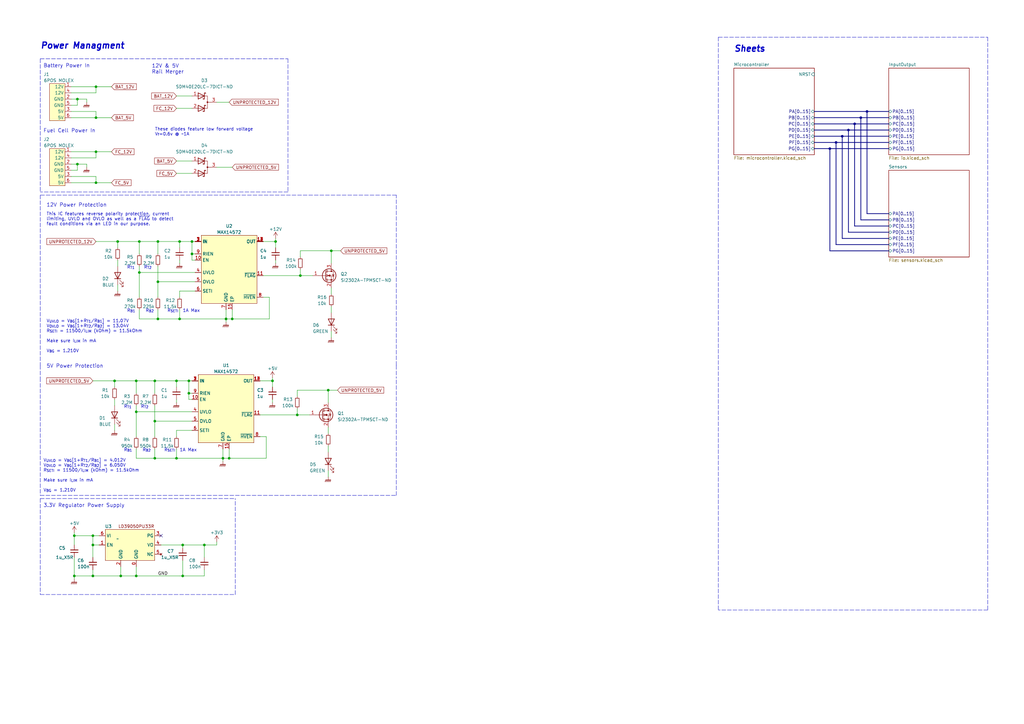
<source format=kicad_sch>
(kicad_sch (version 20230121) (generator eeschema)

  (uuid f651cec9-411c-4a4e-a163-5c49adbe6a12)

  (paper "A3")

  (title_block
    (title "Fuel Cell Controller Board (Lucy)")
    (date "2023-08-12")
    (rev "1.0")
    (company "EcoCar")
  )

  (lib_symbols
    (symbol "Device:C_Small" (pin_numbers hide) (pin_names (offset 0.254) hide) (in_bom yes) (on_board yes)
      (property "Reference" "C" (at 0.254 1.778 0)
        (effects (font (size 1.27 1.27)) (justify left))
      )
      (property "Value" "C_Small" (at 0.254 -2.032 0)
        (effects (font (size 1.27 1.27)) (justify left))
      )
      (property "Footprint" "" (at 0 0 0)
        (effects (font (size 1.27 1.27)) hide)
      )
      (property "Datasheet" "~" (at 0 0 0)
        (effects (font (size 1.27 1.27)) hide)
      )
      (property "ki_keywords" "capacitor cap" (at 0 0 0)
        (effects (font (size 1.27 1.27)) hide)
      )
      (property "ki_description" "Unpolarized capacitor, small symbol" (at 0 0 0)
        (effects (font (size 1.27 1.27)) hide)
      )
      (property "ki_fp_filters" "C_*" (at 0 0 0)
        (effects (font (size 1.27 1.27)) hide)
      )
      (symbol "C_Small_0_1"
        (polyline
          (pts
            (xy -1.524 -0.508)
            (xy 1.524 -0.508)
          )
          (stroke (width 0.3302) (type default))
          (fill (type none))
        )
        (polyline
          (pts
            (xy -1.524 0.508)
            (xy 1.524 0.508)
          )
          (stroke (width 0.3048) (type default))
          (fill (type none))
        )
      )
      (symbol "C_Small_1_1"
        (pin passive line (at 0 2.54 270) (length 2.032)
          (name "~" (effects (font (size 1.27 1.27))))
          (number "1" (effects (font (size 1.27 1.27))))
        )
        (pin passive line (at 0 -2.54 90) (length 2.032)
          (name "~" (effects (font (size 1.27 1.27))))
          (number "2" (effects (font (size 1.27 1.27))))
        )
      )
    )
    (symbol "Device:D_Schottky_Dual_CommonCathode_AAK_Parallel" (pin_names (offset 0.762) hide) (in_bom yes) (on_board yes)
      (property "Reference" "D" (at 0 5.08 0)
        (effects (font (size 1.27 1.27)))
      )
      (property "Value" "D_Schottky_Dual_CommonCathode_AAK_Parallel" (at 0 -5.08 0)
        (effects (font (size 1.27 1.27)))
      )
      (property "Footprint" "" (at 1.27 0 0)
        (effects (font (size 1.27 1.27)) hide)
      )
      (property "Datasheet" "~" (at 1.27 0 0)
        (effects (font (size 1.27 1.27)) hide)
      )
      (property "ki_keywords" "diode" (at 0 0 0)
        (effects (font (size 1.27 1.27)) hide)
      )
      (property "ki_description" "Dual Schottky diode, common anode on pin 1" (at 0 0 0)
        (effects (font (size 1.27 1.27)) hide)
      )
      (symbol "D_Schottky_Dual_CommonCathode_AAK_Parallel_0_1"
        (polyline
          (pts
            (xy 1.27 0)
            (xy 2.54 0)
          )
          (stroke (width 0) (type default))
          (fill (type none))
        )
        (polyline
          (pts
            (xy -2.54 -2.54)
            (xy 1.27 -2.54)
            (xy 1.27 2.54)
            (xy -2.54 2.54)
          )
          (stroke (width 0) (type default))
          (fill (type none))
        )
        (polyline
          (pts
            (xy -2.54 -1.27)
            (xy 0 -2.54)
            (xy -2.54 -3.81)
            (xy -2.54 -1.27)
            (xy -2.54 -1.27)
            (xy -2.54 -1.27)
          )
          (stroke (width 0.254) (type default))
          (fill (type none))
        )
        (polyline
          (pts
            (xy -2.54 3.81)
            (xy 0 2.54)
            (xy -2.54 1.27)
            (xy -2.54 3.81)
            (xy -2.54 3.81)
            (xy -2.54 3.81)
          )
          (stroke (width 0.254) (type default))
          (fill (type none))
        )
        (polyline
          (pts
            (xy 0.508 -1.524)
            (xy 0.508 -1.27)
            (xy 0 -1.27)
            (xy 0 -3.81)
            (xy -0.508 -3.81)
            (xy -0.508 -3.556)
          )
          (stroke (width 0.254) (type default))
          (fill (type none))
        )
        (polyline
          (pts
            (xy 0.508 3.556)
            (xy 0.508 3.81)
            (xy 0 3.81)
            (xy 0 1.27)
            (xy -0.508 1.27)
            (xy -0.508 1.524)
          )
          (stroke (width 0.254) (type default))
          (fill (type none))
        )
        (circle (center 1.27 0) (radius 0.254)
          (stroke (width 0) (type default))
          (fill (type outline))
        )
        (pin passive line (at -5.08 2.54 0) (length 2.54)
          (name "K" (effects (font (size 1.27 1.27))))
          (number "1" (effects (font (size 1.27 1.27))))
        )
        (pin passive line (at -5.08 -2.54 0) (length 2.54)
          (name "K" (effects (font (size 1.27 1.27))))
          (number "2" (effects (font (size 1.27 1.27))))
        )
        (pin passive line (at 5.08 0 180) (length 2.54)
          (name "A" (effects (font (size 1.27 1.27))))
          (number "3" (effects (font (size 1.27 1.27))))
        )
      )
    )
    (symbol "Device:LED" (pin_numbers hide) (pin_names (offset 1.016) hide) (in_bom yes) (on_board yes)
      (property "Reference" "D" (at 0 2.54 0)
        (effects (font (size 1.27 1.27)))
      )
      (property "Value" "LED" (at 0 -2.54 0)
        (effects (font (size 1.27 1.27)))
      )
      (property "Footprint" "" (at 0 0 0)
        (effects (font (size 1.27 1.27)) hide)
      )
      (property "Datasheet" "~" (at 0 0 0)
        (effects (font (size 1.27 1.27)) hide)
      )
      (property "ki_keywords" "LED diode" (at 0 0 0)
        (effects (font (size 1.27 1.27)) hide)
      )
      (property "ki_description" "Light emitting diode" (at 0 0 0)
        (effects (font (size 1.27 1.27)) hide)
      )
      (property "ki_fp_filters" "LED* LED_SMD:* LED_THT:*" (at 0 0 0)
        (effects (font (size 1.27 1.27)) hide)
      )
      (symbol "LED_0_1"
        (polyline
          (pts
            (xy -1.27 -1.27)
            (xy -1.27 1.27)
          )
          (stroke (width 0.254) (type default))
          (fill (type none))
        )
        (polyline
          (pts
            (xy -1.27 0)
            (xy 1.27 0)
          )
          (stroke (width 0) (type default))
          (fill (type none))
        )
        (polyline
          (pts
            (xy 1.27 -1.27)
            (xy 1.27 1.27)
            (xy -1.27 0)
            (xy 1.27 -1.27)
          )
          (stroke (width 0.254) (type default))
          (fill (type none))
        )
        (polyline
          (pts
            (xy -3.048 -0.762)
            (xy -4.572 -2.286)
            (xy -3.81 -2.286)
            (xy -4.572 -2.286)
            (xy -4.572 -1.524)
          )
          (stroke (width 0) (type default))
          (fill (type none))
        )
        (polyline
          (pts
            (xy -1.778 -0.762)
            (xy -3.302 -2.286)
            (xy -2.54 -2.286)
            (xy -3.302 -2.286)
            (xy -3.302 -1.524)
          )
          (stroke (width 0) (type default))
          (fill (type none))
        )
      )
      (symbol "LED_1_1"
        (pin passive line (at -3.81 0 0) (length 2.54)
          (name "K" (effects (font (size 1.27 1.27))))
          (number "1" (effects (font (size 1.27 1.27))))
        )
        (pin passive line (at 3.81 0 180) (length 2.54)
          (name "A" (effects (font (size 1.27 1.27))))
          (number "2" (effects (font (size 1.27 1.27))))
        )
      )
    )
    (symbol "Device:Q_NMOS_GSD" (pin_names (offset 0) hide) (in_bom yes) (on_board yes)
      (property "Reference" "Q" (at 5.08 1.27 0)
        (effects (font (size 1.27 1.27)) (justify left))
      )
      (property "Value" "Q_NMOS_GSD" (at 5.08 -1.27 0)
        (effects (font (size 1.27 1.27)) (justify left))
      )
      (property "Footprint" "" (at 5.08 2.54 0)
        (effects (font (size 1.27 1.27)) hide)
      )
      (property "Datasheet" "~" (at 0 0 0)
        (effects (font (size 1.27 1.27)) hide)
      )
      (property "ki_keywords" "transistor NMOS N-MOS N-MOSFET" (at 0 0 0)
        (effects (font (size 1.27 1.27)) hide)
      )
      (property "ki_description" "N-MOSFET transistor, gate/source/drain" (at 0 0 0)
        (effects (font (size 1.27 1.27)) hide)
      )
      (symbol "Q_NMOS_GSD_0_1"
        (polyline
          (pts
            (xy 0.254 0)
            (xy -2.54 0)
          )
          (stroke (width 0) (type default))
          (fill (type none))
        )
        (polyline
          (pts
            (xy 0.254 1.905)
            (xy 0.254 -1.905)
          )
          (stroke (width 0.254) (type default))
          (fill (type none))
        )
        (polyline
          (pts
            (xy 0.762 -1.27)
            (xy 0.762 -2.286)
          )
          (stroke (width 0.254) (type default))
          (fill (type none))
        )
        (polyline
          (pts
            (xy 0.762 0.508)
            (xy 0.762 -0.508)
          )
          (stroke (width 0.254) (type default))
          (fill (type none))
        )
        (polyline
          (pts
            (xy 0.762 2.286)
            (xy 0.762 1.27)
          )
          (stroke (width 0.254) (type default))
          (fill (type none))
        )
        (polyline
          (pts
            (xy 2.54 2.54)
            (xy 2.54 1.778)
          )
          (stroke (width 0) (type default))
          (fill (type none))
        )
        (polyline
          (pts
            (xy 2.54 -2.54)
            (xy 2.54 0)
            (xy 0.762 0)
          )
          (stroke (width 0) (type default))
          (fill (type none))
        )
        (polyline
          (pts
            (xy 0.762 -1.778)
            (xy 3.302 -1.778)
            (xy 3.302 1.778)
            (xy 0.762 1.778)
          )
          (stroke (width 0) (type default))
          (fill (type none))
        )
        (polyline
          (pts
            (xy 1.016 0)
            (xy 2.032 0.381)
            (xy 2.032 -0.381)
            (xy 1.016 0)
          )
          (stroke (width 0) (type default))
          (fill (type outline))
        )
        (polyline
          (pts
            (xy 2.794 0.508)
            (xy 2.921 0.381)
            (xy 3.683 0.381)
            (xy 3.81 0.254)
          )
          (stroke (width 0) (type default))
          (fill (type none))
        )
        (polyline
          (pts
            (xy 3.302 0.381)
            (xy 2.921 -0.254)
            (xy 3.683 -0.254)
            (xy 3.302 0.381)
          )
          (stroke (width 0) (type default))
          (fill (type none))
        )
        (circle (center 1.651 0) (radius 2.794)
          (stroke (width 0.254) (type default))
          (fill (type none))
        )
        (circle (center 2.54 -1.778) (radius 0.254)
          (stroke (width 0) (type default))
          (fill (type outline))
        )
        (circle (center 2.54 1.778) (radius 0.254)
          (stroke (width 0) (type default))
          (fill (type outline))
        )
      )
      (symbol "Q_NMOS_GSD_1_1"
        (pin input line (at -5.08 0 0) (length 2.54)
          (name "G" (effects (font (size 1.27 1.27))))
          (number "1" (effects (font (size 1.27 1.27))))
        )
        (pin passive line (at 2.54 -5.08 90) (length 2.54)
          (name "S" (effects (font (size 1.27 1.27))))
          (number "2" (effects (font (size 1.27 1.27))))
        )
        (pin passive line (at 2.54 5.08 270) (length 2.54)
          (name "D" (effects (font (size 1.27 1.27))))
          (number "3" (effects (font (size 1.27 1.27))))
        )
      )
    )
    (symbol "Device:R_Small" (pin_numbers hide) (pin_names (offset 0.254) hide) (in_bom yes) (on_board yes)
      (property "Reference" "R" (at 0.762 0.508 0)
        (effects (font (size 1.27 1.27)) (justify left))
      )
      (property "Value" "R_Small" (at 0.762 -1.016 0)
        (effects (font (size 1.27 1.27)) (justify left))
      )
      (property "Footprint" "" (at 0 0 0)
        (effects (font (size 1.27 1.27)) hide)
      )
      (property "Datasheet" "~" (at 0 0 0)
        (effects (font (size 1.27 1.27)) hide)
      )
      (property "ki_keywords" "R resistor" (at 0 0 0)
        (effects (font (size 1.27 1.27)) hide)
      )
      (property "ki_description" "Resistor, small symbol" (at 0 0 0)
        (effects (font (size 1.27 1.27)) hide)
      )
      (property "ki_fp_filters" "R_*" (at 0 0 0)
        (effects (font (size 1.27 1.27)) hide)
      )
      (symbol "R_Small_0_1"
        (rectangle (start -0.762 1.778) (end 0.762 -1.778)
          (stroke (width 0.2032) (type default))
          (fill (type none))
        )
      )
      (symbol "R_Small_1_1"
        (pin passive line (at 0 2.54 270) (length 0.762)
          (name "~" (effects (font (size 1.27 1.27))))
          (number "1" (effects (font (size 1.27 1.27))))
        )
        (pin passive line (at 0 -2.54 90) (length 0.762)
          (name "~" (effects (font (size 1.27 1.27))))
          (number "2" (effects (font (size 1.27 1.27))))
        )
      )
    )
    (symbol "FCCParts:LD39050PU33R" (in_bom yes) (on_board yes)
      (property "Reference" "U?" (at -3.81 5.08 0)
        (effects (font (size 1.27 1.27)))
      )
      (property "Value" "" (at 0 0 0)
        (effects (font (size 1.27 1.27)))
      )
      (property "Footprint" "" (at 0 0 0)
        (effects (font (size 1.27 1.27)) hide)
      )
      (property "Datasheet" "" (at 0 0 0)
        (effects (font (size 1.27 1.27)) hide)
      )
      (symbol "LD39050PU33R_1_1"
        (rectangle (start -5.08 3.81) (end 15.24 -8.89)
          (stroke (width 0) (type default))
          (fill (type background))
        )
        (text "LD39050PU33R" (at 7.62 5.08 0)
          (effects (font (size 1.27 1.27)))
        )
        (pin power_in line (at 7.62 -11.43 90) (length 2.54)
          (name "GND" (effects (font (size 1.27 1.27))))
          (number "0" (effects (font (size 1.27 1.27))))
        )
        (pin input line (at -7.62 -2.54 0) (length 2.54)
          (name "EN" (effects (font (size 1.27 1.27))))
          (number "1" (effects (font (size 1.27 1.27))))
        )
        (pin power_in line (at 1.27 -11.43 90) (length 2.54)
          (name "GND" (effects (font (size 1.27 1.27))))
          (number "2" (effects (font (size 1.27 1.27))))
        )
        (pin passive line (at 17.78 1.27 180) (length 2.54)
          (name "PG" (effects (font (size 1.27 1.27))))
          (number "3" (effects (font (size 1.27 1.27))))
        )
        (pin power_out line (at 17.78 -2.54 180) (length 2.54)
          (name "VO" (effects (font (size 1.27 1.27))))
          (number "4" (effects (font (size 1.27 1.27))))
        )
        (pin no_connect line (at 17.78 -6.35 180) (length 2.54)
          (name "NC" (effects (font (size 1.27 1.27))))
          (number "5" (effects (font (size 1.27 1.27))))
        )
        (pin power_in line (at -7.62 1.27 0) (length 2.54)
          (name "VI" (effects (font (size 1.27 1.27))))
          (number "6" (effects (font (size 1.27 1.27))))
        )
      )
    )
    (symbol "FCC_Parts:MOLEX_6POS" (in_bom yes) (on_board yes)
      (property "Reference" "J" (at 0 0 0)
        (effects (font (size 1.27 1.27)))
      )
      (property "Value" "" (at 0 0 0)
        (effects (font (size 1.27 1.27)))
      )
      (property "Footprint" "" (at 0 0 0)
        (effects (font (size 1.27 1.27)) hide)
      )
      (property "Datasheet" "" (at 0 0 0)
        (effects (font (size 1.27 1.27)) hide)
      )
      (symbol "MOLEX_6POS_1_1"
        (rectangle (start -2.54 -1.27) (end 3.81 -16.51)
          (stroke (width 0) (type default))
          (fill (type background))
        )
        (pin passive line (at -5.08 -2.54 0) (length 2.54)
          (name "12V" (effects (font (size 1.27 1.27))))
          (number "1" (effects (font (size 1.27 1.27))))
        )
        (pin passive line (at -5.08 -7.62 0) (length 2.54)
          (name "GND" (effects (font (size 1.27 1.27))))
          (number "2" (effects (font (size 1.27 1.27))))
        )
        (pin passive line (at -5.08 -12.7 0) (length 2.54)
          (name "5V" (effects (font (size 1.27 1.27))))
          (number "3" (effects (font (size 1.27 1.27))))
        )
        (pin passive line (at -5.08 -5.08 0) (length 2.54)
          (name "12V" (effects (font (size 1.27 1.27))))
          (number "4" (effects (font (size 1.27 1.27))))
        )
        (pin passive line (at -5.08 -10.16 0) (length 2.54)
          (name "GND" (effects (font (size 1.27 1.27))))
          (number "5" (effects (font (size 1.27 1.27))))
        )
        (pin passive line (at -5.08 -15.24 0) (length 2.54)
          (name "5V" (effects (font (size 1.27 1.27))))
          (number "6" (effects (font (size 1.27 1.27))))
        )
      )
    )
    (symbol "MAX14572_1" (in_bom yes) (on_board yes)
      (property "Reference" "U" (at -10.16 3.81 0)
        (effects (font (size 1.27 1.27)))
      )
      (property "Value" "MAX14572" (at -6.35 1.27 0)
        (effects (font (size 1.27 1.27)))
      )
      (property "Footprint" "Package_SO:TSSOP-14-1EP_4.4x5mm_P0.65mm" (at 0 0 0)
        (effects (font (size 1.27 1.27)) hide)
      )
      (property "Datasheet" "https://www.analog.com/media/en/technical-documentation/data-sheets/MAX14571-MAX14573.pdf" (at 0 0 0)
        (effects (font (size 1.27 1.27)) hide)
      )
      (symbol "MAX14572_1_1_1"
        (rectangle (start -11.43 0) (end 11.43 -27.94)
          (stroke (width 0) (type default))
          (fill (type background))
        )
        (pin input line (at -13.97 -2.54 0) (length 2.54)
          (name "IN" (effects (font (size 1.27 1.27))))
          (number "1" (effects (font (size 1.27 1.27))))
        )
        (pin input line (at -13.97 -10.16 0) (length 2.54)
          (name "EN" (effects (font (size 1.27 1.27))))
          (number "10" (effects (font (size 1.27 1.27))))
        )
        (pin input line (at 13.97 -16.51 180) (length 2.54)
          (name "~{FLAG}" (effects (font (size 1.27 1.27))))
          (number "11" (effects (font (size 1.27 1.27))))
        )
        (pin input line (at 13.97 -2.54 180) (length 2.54)
          (name "OUT" (effects (font (size 1.27 1.27))))
          (number "12" (effects (font (size 1.27 1.27))))
        )
        (pin input line (at 13.97 -2.54 180) (length 2.54)
          (name "OUT" (effects (font (size 1.27 1.27))))
          (number "13" (effects (font (size 1.27 1.27))))
        )
        (pin input line (at 13.97 -2.54 180) (length 2.54)
          (name "OUT" (effects (font (size 1.27 1.27))))
          (number "14" (effects (font (size 1.27 1.27))))
        )
        (pin input line (at 1.27 -30.48 90) (length 2.54)
          (name "EP" (effects (font (size 1.27 1.27))))
          (number "15" (effects (font (size 1.27 1.27))))
        )
        (pin input line (at -13.97 -2.54 0) (length 2.54)
          (name "IN" (effects (font (size 1.27 1.27))))
          (number "2" (effects (font (size 1.27 1.27))))
        )
        (pin input line (at -13.97 -2.54 0) (length 2.54)
          (name "IN" (effects (font (size 1.27 1.27))))
          (number "3" (effects (font (size 1.27 1.27))))
        )
        (pin input line (at -13.97 -15.24 0) (length 2.54)
          (name "UVLO" (effects (font (size 1.27 1.27))))
          (number "4" (effects (font (size 1.27 1.27))))
        )
        (pin input line (at -13.97 -19.05 0) (length 2.54)
          (name "OVLO" (effects (font (size 1.27 1.27))))
          (number "5" (effects (font (size 1.27 1.27))))
        )
        (pin input line (at -13.97 -22.86 0) (length 2.54)
          (name "SETI" (effects (font (size 1.27 1.27))))
          (number "6" (effects (font (size 1.27 1.27))))
        )
        (pin input line (at -1.27 -30.48 90) (length 2.54)
          (name "GND" (effects (font (size 1.27 1.27))))
          (number "7" (effects (font (size 1.27 1.27))))
        )
        (pin input line (at 13.97 -25.4 180) (length 2.54)
          (name "~{HVEN}" (effects (font (size 1.27 1.27))))
          (number "8" (effects (font (size 1.27 1.27))))
        )
        (pin input line (at -13.97 -7.62 0) (length 2.54)
          (name "RIEN" (effects (font (size 1.27 1.27))))
          (number "9" (effects (font (size 1.27 1.27))))
        )
      )
    )
    (symbol "power:+12V" (power) (pin_names (offset 0)) (in_bom yes) (on_board yes)
      (property "Reference" "#PWR" (at 0 -3.81 0)
        (effects (font (size 1.27 1.27)) hide)
      )
      (property "Value" "+12V" (at 0 3.556 0)
        (effects (font (size 1.27 1.27)))
      )
      (property "Footprint" "" (at 0 0 0)
        (effects (font (size 1.27 1.27)) hide)
      )
      (property "Datasheet" "" (at 0 0 0)
        (effects (font (size 1.27 1.27)) hide)
      )
      (property "ki_keywords" "global power" (at 0 0 0)
        (effects (font (size 1.27 1.27)) hide)
      )
      (property "ki_description" "Power symbol creates a global label with name \"+12V\"" (at 0 0 0)
        (effects (font (size 1.27 1.27)) hide)
      )
      (symbol "+12V_0_1"
        (polyline
          (pts
            (xy -0.762 1.27)
            (xy 0 2.54)
          )
          (stroke (width 0) (type default))
          (fill (type none))
        )
        (polyline
          (pts
            (xy 0 0)
            (xy 0 2.54)
          )
          (stroke (width 0) (type default))
          (fill (type none))
        )
        (polyline
          (pts
            (xy 0 2.54)
            (xy 0.762 1.27)
          )
          (stroke (width 0) (type default))
          (fill (type none))
        )
      )
      (symbol "+12V_1_1"
        (pin power_in line (at 0 0 90) (length 0) hide
          (name "+12V" (effects (font (size 1.27 1.27))))
          (number "1" (effects (font (size 1.27 1.27))))
        )
      )
    )
    (symbol "power:+3V3" (power) (pin_names (offset 0)) (in_bom yes) (on_board yes)
      (property "Reference" "#PWR" (at 0 -3.81 0)
        (effects (font (size 1.27 1.27)) hide)
      )
      (property "Value" "+3V3" (at 0 3.556 0)
        (effects (font (size 1.27 1.27)))
      )
      (property "Footprint" "" (at 0 0 0)
        (effects (font (size 1.27 1.27)) hide)
      )
      (property "Datasheet" "" (at 0 0 0)
        (effects (font (size 1.27 1.27)) hide)
      )
      (property "ki_keywords" "global power" (at 0 0 0)
        (effects (font (size 1.27 1.27)) hide)
      )
      (property "ki_description" "Power symbol creates a global label with name \"+3V3\"" (at 0 0 0)
        (effects (font (size 1.27 1.27)) hide)
      )
      (symbol "+3V3_0_1"
        (polyline
          (pts
            (xy -0.762 1.27)
            (xy 0 2.54)
          )
          (stroke (width 0) (type default))
          (fill (type none))
        )
        (polyline
          (pts
            (xy 0 0)
            (xy 0 2.54)
          )
          (stroke (width 0) (type default))
          (fill (type none))
        )
        (polyline
          (pts
            (xy 0 2.54)
            (xy 0.762 1.27)
          )
          (stroke (width 0) (type default))
          (fill (type none))
        )
      )
      (symbol "+3V3_1_1"
        (pin power_in line (at 0 0 90) (length 0) hide
          (name "+3V3" (effects (font (size 1.27 1.27))))
          (number "1" (effects (font (size 1.27 1.27))))
        )
      )
    )
    (symbol "power:+5V" (power) (pin_names (offset 0)) (in_bom yes) (on_board yes)
      (property "Reference" "#PWR" (at 0 -3.81 0)
        (effects (font (size 1.27 1.27)) hide)
      )
      (property "Value" "+5V" (at 0 3.556 0)
        (effects (font (size 1.27 1.27)))
      )
      (property "Footprint" "" (at 0 0 0)
        (effects (font (size 1.27 1.27)) hide)
      )
      (property "Datasheet" "" (at 0 0 0)
        (effects (font (size 1.27 1.27)) hide)
      )
      (property "ki_keywords" "global power" (at 0 0 0)
        (effects (font (size 1.27 1.27)) hide)
      )
      (property "ki_description" "Power symbol creates a global label with name \"+5V\"" (at 0 0 0)
        (effects (font (size 1.27 1.27)) hide)
      )
      (symbol "+5V_0_1"
        (polyline
          (pts
            (xy -0.762 1.27)
            (xy 0 2.54)
          )
          (stroke (width 0) (type default))
          (fill (type none))
        )
        (polyline
          (pts
            (xy 0 0)
            (xy 0 2.54)
          )
          (stroke (width 0) (type default))
          (fill (type none))
        )
        (polyline
          (pts
            (xy 0 2.54)
            (xy 0.762 1.27)
          )
          (stroke (width 0) (type default))
          (fill (type none))
        )
      )
      (symbol "+5V_1_1"
        (pin power_in line (at 0 0 90) (length 0) hide
          (name "+5V" (effects (font (size 1.27 1.27))))
          (number "1" (effects (font (size 1.27 1.27))))
        )
      )
    )
    (symbol "power:GNDPWR" (power) (pin_names (offset 0)) (in_bom yes) (on_board yes)
      (property "Reference" "#PWR" (at 0 -5.08 0)
        (effects (font (size 1.27 1.27)) hide)
      )
      (property "Value" "GNDPWR" (at 0 -3.302 0)
        (effects (font (size 1.27 1.27)))
      )
      (property "Footprint" "" (at 0 -1.27 0)
        (effects (font (size 1.27 1.27)) hide)
      )
      (property "Datasheet" "" (at 0 -1.27 0)
        (effects (font (size 1.27 1.27)) hide)
      )
      (property "ki_keywords" "global ground" (at 0 0 0)
        (effects (font (size 1.27 1.27)) hide)
      )
      (property "ki_description" "Power symbol creates a global label with name \"GNDPWR\" , global ground" (at 0 0 0)
        (effects (font (size 1.27 1.27)) hide)
      )
      (symbol "GNDPWR_0_1"
        (polyline
          (pts
            (xy 0 -1.27)
            (xy 0 0)
          )
          (stroke (width 0) (type default))
          (fill (type none))
        )
        (polyline
          (pts
            (xy -1.016 -1.27)
            (xy -1.27 -2.032)
            (xy -1.27 -2.032)
          )
          (stroke (width 0.2032) (type default))
          (fill (type none))
        )
        (polyline
          (pts
            (xy -0.508 -1.27)
            (xy -0.762 -2.032)
            (xy -0.762 -2.032)
          )
          (stroke (width 0.2032) (type default))
          (fill (type none))
        )
        (polyline
          (pts
            (xy 0 -1.27)
            (xy -0.254 -2.032)
            (xy -0.254 -2.032)
          )
          (stroke (width 0.2032) (type default))
          (fill (type none))
        )
        (polyline
          (pts
            (xy 0.508 -1.27)
            (xy 0.254 -2.032)
            (xy 0.254 -2.032)
          )
          (stroke (width 0.2032) (type default))
          (fill (type none))
        )
        (polyline
          (pts
            (xy 1.016 -1.27)
            (xy -1.016 -1.27)
            (xy -1.016 -1.27)
          )
          (stroke (width 0.2032) (type default))
          (fill (type none))
        )
        (polyline
          (pts
            (xy 1.016 -1.27)
            (xy 0.762 -2.032)
            (xy 0.762 -2.032)
            (xy 0.762 -2.032)
          )
          (stroke (width 0.2032) (type default))
          (fill (type none))
        )
      )
      (symbol "GNDPWR_1_1"
        (pin power_in line (at 0 0 270) (length 0) hide
          (name "GNDPWR" (effects (font (size 1.27 1.27))))
          (number "1" (effects (font (size 1.27 1.27))))
        )
      )
    )
  )

  (junction (at 111.76 156.21) (diameter 0) (color 0 0 0 0)
    (uuid 02e0bf12-617b-4a56-92c5-aa8301f81be4)
  )
  (junction (at 77.47 156.21) (diameter 0) (color 0 0 0 0)
    (uuid 08913b1e-757f-47a5-a94c-bc6180df98e8)
  )
  (junction (at 63.5 156.21) (diameter 0) (color 0 0 0 0)
    (uuid 11262a85-8a67-45e8-aed9-64aa0496b8aa)
  )
  (junction (at 31.75 67.31) (diameter 0) (color 0 0 0 0)
    (uuid 11953936-3958-4355-b1dc-6dea5c9739c9)
  )
  (junction (at 39.37 48.26) (diameter 0) (color 0 0 0 0)
    (uuid 11cdc6ad-40b1-4709-bc63-2581e837319f)
  )
  (junction (at 340.36 60.96) (diameter 0) (color 0 0 0 0)
    (uuid 12002ddf-cece-41be-9bf0-215bd6e99429)
  )
  (junction (at 113.03 99.06) (diameter 0) (color 0 0 0 0)
    (uuid 197a88d1-2682-4f68-8aca-46f0f19a4c57)
  )
  (junction (at 31.75 40.64) (diameter 0) (color 0 0 0 0)
    (uuid 1ec96a44-04e9-42e4-ae72-0f886a206f08)
  )
  (junction (at 63.5 172.72) (diameter 0) (color 0 0 0 0)
    (uuid 1f73dce3-1e0b-4ca6-89f7-2354f589f630)
  )
  (junction (at 134.62 160.02) (diameter 0) (color 0 0 0 0)
    (uuid 2359a10b-b709-4770-b8c9-947377c5676d)
  )
  (junction (at 38.1 223.52) (diameter 0) (color 0 0 0 0)
    (uuid 235a58a6-1c00-4729-bdbd-8b40d1300130)
  )
  (junction (at 64.77 130.81) (diameter 0) (color 0 0 0 0)
    (uuid 36b1dc2b-ffca-4374-b311-e59cf2b2e3bb)
  )
  (junction (at 121.92 170.18) (diameter 0) (color 0 0 0 0)
    (uuid 3b954040-6eac-4fe2-a70e-30230642cd2a)
  )
  (junction (at 55.88 168.91) (diameter 0) (color 0 0 0 0)
    (uuid 3d918830-7034-4cf0-a3fe-c4c250897e20)
  )
  (junction (at 95.25 130.81) (diameter 0) (color 0 0 0 0)
    (uuid 3de2979c-cae4-46db-bff1-01df417f8d0f)
  )
  (junction (at 74.93 223.52) (diameter 0) (color 0 0 0 0)
    (uuid 3e3740d1-c06f-465f-bf47-59132153514f)
  )
  (junction (at 78.74 104.14) (diameter 0) (color 0 0 0 0)
    (uuid 3f5b3a61-11c2-4bd7-8c42-f254dc22c81b)
  )
  (junction (at 38.1 236.22) (diameter 0) (color 0 0 0 0)
    (uuid 4094f6e7-11ec-4755-a85d-01857947301e)
  )
  (junction (at 91.44 187.96) (diameter 0) (color 0 0 0 0)
    (uuid 43a36789-eb28-4bc7-89c6-a133ca4daeaf)
  )
  (junction (at 72.39 156.21) (diameter 0) (color 0 0 0 0)
    (uuid 4777138c-f070-4570-bfab-e07bc4298130)
  )
  (junction (at 39.37 62.23) (diameter 0) (color 0 0 0 0)
    (uuid 4bd06133-4dbc-4c0d-b17f-51a92abb7800)
  )
  (junction (at 342.9 58.42) (diameter 0) (color 0 0 0 0)
    (uuid 5ba86aa7-e79f-445e-a5e8-01171bb94d50)
  )
  (junction (at 123.19 113.03) (diameter 0) (color 0 0 0 0)
    (uuid 5d20102f-4659-4c22-ac63-59ed1e3c7ea5)
  )
  (junction (at 64.77 115.57) (diameter 0) (color 0 0 0 0)
    (uuid 732bad62-6edc-4505-acf8-34a540fa557d)
  )
  (junction (at 353.06 48.26) (diameter 0) (color 0 0 0 0)
    (uuid 75e0f7af-0814-4109-b2c1-8a1adc9927f7)
  )
  (junction (at 49.53 236.22) (diameter 0) (color 0 0 0 0)
    (uuid 7732ed0c-69e3-4956-aca6-6ec03ac2a568)
  )
  (junction (at 30.48 236.22) (diameter 0) (color 0 0 0 0)
    (uuid 8602322b-1dc3-4180-953d-0f354468e2c1)
  )
  (junction (at 48.26 99.06) (diameter 0) (color 0 0 0 0)
    (uuid 898ec518-1131-4789-bc64-04a6d584aa66)
  )
  (junction (at 92.71 130.81) (diameter 0) (color 0 0 0 0)
    (uuid 911af9f6-73ff-44ac-985e-1414989b9346)
  )
  (junction (at 57.15 111.76) (diameter 0) (color 0 0 0 0)
    (uuid 9382d016-7179-433c-9898-3afb6543cc21)
  )
  (junction (at 73.66 130.81) (diameter 0) (color 0 0 0 0)
    (uuid 93aae3d4-20a3-4f7d-a61d-8b27fc739db3)
  )
  (junction (at 39.37 35.56) (diameter 0) (color 0 0 0 0)
    (uuid 961571ae-9235-49fe-ad3c-b0e42921c34e)
  )
  (junction (at 63.5 187.96) (diameter 0) (color 0 0 0 0)
    (uuid 98deb462-2bf2-48e7-955d-2d6389cd9c8f)
  )
  (junction (at 73.66 99.06) (diameter 0) (color 0 0 0 0)
    (uuid 9d30f3d7-4e13-4b3b-b295-d4e386202d67)
  )
  (junction (at 345.44 55.88) (diameter 0) (color 0 0 0 0)
    (uuid a522a6e6-8c1a-423c-8497-b232498b5819)
  )
  (junction (at 83.82 223.52) (diameter 0) (color 0 0 0 0)
    (uuid a6121b67-8d19-46b1-bdaf-f3fa4af230a9)
  )
  (junction (at 30.48 219.71) (diameter 0) (color 0 0 0 0)
    (uuid a84d560b-7cb4-4219-b108-b173d59e0e9a)
  )
  (junction (at 64.77 99.06) (diameter 0) (color 0 0 0 0)
    (uuid ad06330c-7598-407f-b58d-c232eb1a6213)
  )
  (junction (at 72.39 187.96) (diameter 0) (color 0 0 0 0)
    (uuid ad5bcbed-843a-4316-bccc-72e536114db4)
  )
  (junction (at 347.98 53.34) (diameter 0) (color 0 0 0 0)
    (uuid b08ba57e-ce2b-41db-9ce5-f826b9cb4abb)
  )
  (junction (at 39.37 74.93) (diameter 0) (color 0 0 0 0)
    (uuid bdfe85ff-6b21-4d5d-953a-9c67a8b6f698)
  )
  (junction (at 77.47 161.29) (diameter 0) (color 0 0 0 0)
    (uuid bf17c066-789d-4443-84b8-e8c69f462b48)
  )
  (junction (at 93.98 187.96) (diameter 0) (color 0 0 0 0)
    (uuid c6280462-f6fa-486c-a530-866ae766cef4)
  )
  (junction (at 55.88 236.22) (diameter 0) (color 0 0 0 0)
    (uuid c66e5b44-84cb-44d7-a4cf-db5d33b71d40)
  )
  (junction (at 78.74 99.06) (diameter 0) (color 0 0 0 0)
    (uuid c67186ab-a974-44b8-9433-d35906992c0f)
  )
  (junction (at 57.15 99.06) (diameter 0) (color 0 0 0 0)
    (uuid d340e3ca-041a-46ea-9eb2-db2dda82d829)
  )
  (junction (at 46.99 156.21) (diameter 0) (color 0 0 0 0)
    (uuid d703f38b-c0e2-4c7e-ad4c-c1c1c0657b72)
  )
  (junction (at 38.1 219.71) (diameter 0) (color 0 0 0 0)
    (uuid d8a35e70-16e5-4a20-8330-343e0ad793c8)
  )
  (junction (at 355.6 45.72) (diameter 0) (color 0 0 0 0)
    (uuid e08339f2-719d-448d-a75f-0f7e5425754f)
  )
  (junction (at 74.93 236.22) (diameter 0) (color 0 0 0 0)
    (uuid e4985c33-5c13-4b7d-a13b-eef46cdfdd3c)
  )
  (junction (at 350.52 50.8) (diameter 0) (color 0 0 0 0)
    (uuid e7749625-23dd-4070-9d68-af31c8ed5496)
  )
  (junction (at 135.89 102.87) (diameter 0) (color 0 0 0 0)
    (uuid f93eab3b-2a47-4253-857b-ec72e93a5d3c)
  )
  (junction (at 55.88 156.21) (diameter 0) (color 0 0 0 0)
    (uuid fa847f97-f0ee-4178-8cdc-eabc3616639a)
  )

  (no_connect (at 66.04 219.71) (uuid 18ea2ad7-9b53-45a3-b8b1-8613014764a8))

  (wire (pts (xy 46.99 156.21) (xy 55.88 156.21))
    (stroke (width 0) (type default))
    (uuid 07cd7f91-d908-41f6-97d0-23e42be1c412)
  )
  (wire (pts (xy 93.98 187.96) (xy 93.98 184.15))
    (stroke (width 0) (type default))
    (uuid 07de3f23-3435-41c9-8307-fe4fe8179d5f)
  )
  (wire (pts (xy 64.77 115.57) (xy 80.01 115.57))
    (stroke (width 0) (type default))
    (uuid 0838b697-c0b9-4f9e-8eae-aeaa78261460)
  )
  (wire (pts (xy 55.88 168.91) (xy 55.88 179.07))
    (stroke (width 0) (type default))
    (uuid 0b6cd032-bd66-42ba-97fa-60b5a0a3ff5c)
  )
  (polyline (pts (xy 16.51 149.86) (xy 16.51 154.94))
    (stroke (width 0) (type dash))
    (uuid 0b809147-9c83-4cd0-805e-3f9d9638d8fb)
  )

  (wire (pts (xy 64.77 99.06) (xy 73.66 99.06))
    (stroke (width 0) (type default))
    (uuid 0c12f2f0-c1df-4506-bcd3-77e46f05203b)
  )
  (wire (pts (xy 135.89 118.11) (xy 135.89 120.65))
    (stroke (width 0) (type default))
    (uuid 0cb996cf-0401-4a9f-bb59-bfb3818f25e2)
  )
  (wire (pts (xy 88.9 41.91) (xy 93.98 41.91))
    (stroke (width 0) (type default))
    (uuid 0e7a328a-247d-4635-adab-3a167271158b)
  )
  (wire (pts (xy 35.56 41.91) (xy 35.56 40.64))
    (stroke (width 0) (type default))
    (uuid 10093033-bcee-4893-9cc9-3a9b9fa6a563)
  )
  (wire (pts (xy 29.21 64.77) (xy 39.37 64.77))
    (stroke (width 0) (type default))
    (uuid 10db41b3-bbb4-46fa-b3ec-91a34ed91acc)
  )
  (wire (pts (xy 63.5 156.21) (xy 72.39 156.21))
    (stroke (width 0) (type default))
    (uuid 1204315b-9cb5-454b-b1cf-98bfcacefdb3)
  )
  (wire (pts (xy 48.26 99.06) (xy 48.26 101.6))
    (stroke (width 0) (type default))
    (uuid 1219d643-fe59-4e2c-8219-e2cde5e1c5a9)
  )
  (wire (pts (xy 106.68 156.21) (xy 111.76 156.21))
    (stroke (width 0) (type default))
    (uuid 134bfdfc-5292-4a50-96d8-c74e60f287c0)
  )
  (wire (pts (xy 29.21 45.72) (xy 39.37 45.72))
    (stroke (width 0) (type default))
    (uuid 15a86580-c969-4448-9af4-8491bd7f9ce8)
  )
  (bus (pts (xy 334.01 53.34) (xy 347.98 53.34))
    (stroke (width 0) (type default))
    (uuid 16885f36-d2be-4afc-8de9-193118e8c7cc)
  )

  (wire (pts (xy 109.22 179.07) (xy 109.22 187.96))
    (stroke (width 0) (type default))
    (uuid 1689a081-aa78-4750-8a6f-5dd4bb2f5e92)
  )
  (wire (pts (xy 113.03 97.79) (xy 113.03 99.06))
    (stroke (width 0) (type default))
    (uuid 16b974d7-8c73-48c2-9bd6-7a809b1bbdfd)
  )
  (wire (pts (xy 55.88 161.29) (xy 55.88 156.21))
    (stroke (width 0) (type default))
    (uuid 178bc684-1b12-4c3b-82b5-f09b0545d8c6)
  )
  (wire (pts (xy 48.26 99.06) (xy 57.15 99.06))
    (stroke (width 0) (type default))
    (uuid 1aee70d1-764c-4476-8a16-ca70219a8e42)
  )
  (wire (pts (xy 74.93 223.52) (xy 83.82 223.52))
    (stroke (width 0) (type default))
    (uuid 1af8f845-5459-49d5-a0b5-6866ef1b8384)
  )
  (polyline (pts (xy 16.51 24.13) (xy 16.51 78.74))
    (stroke (width 0) (type dash))
    (uuid 1b8b2c88-c315-4873-808b-0a95979045fb)
  )
  (polyline (pts (xy 16.51 204.47) (xy 16.51 243.84))
    (stroke (width 0) (type dash))
    (uuid 1c5f9b4f-7445-4d7f-a21d-796033a9a56a)
  )

  (wire (pts (xy 38.1 219.71) (xy 38.1 223.52))
    (stroke (width 0) (type default))
    (uuid 1cd67056-a7e8-4713-b63f-5bef2ae44912)
  )
  (bus (pts (xy 340.36 102.87) (xy 364.49 102.87))
    (stroke (width 0) (type default))
    (uuid 1d7c559b-62ff-498d-8b57-6a64bcf4d6df)
  )
  (bus (pts (xy 350.52 50.8) (xy 350.52 92.71))
    (stroke (width 0) (type default))
    (uuid 1e436464-4a02-4704-a3d5-aec68e1717ea)
  )

  (wire (pts (xy 111.76 154.94) (xy 111.76 156.21))
    (stroke (width 0) (type default))
    (uuid 1fac7d58-6de2-4729-97ae-9ffadb184482)
  )
  (wire (pts (xy 72.39 176.53) (xy 78.74 176.53))
    (stroke (width 0) (type default))
    (uuid 21574bee-96f1-43e0-b6d8-59e628dd4328)
  )
  (wire (pts (xy 78.74 99.06) (xy 78.74 104.14))
    (stroke (width 0) (type default))
    (uuid 244fee0f-9dbd-44a9-a68d-2f3e1f49768f)
  )
  (wire (pts (xy 45.72 62.23) (xy 39.37 62.23))
    (stroke (width 0) (type default))
    (uuid 252249d5-c81a-40ee-ac7f-49f6208debaf)
  )
  (polyline (pts (xy 34.29 80.01) (xy 16.51 80.01))
    (stroke (width 0) (type dash))
    (uuid 278139fa-2f3c-40d0-b79f-25c1c8b6a785)
  )

  (bus (pts (xy 353.06 48.26) (xy 353.06 90.17))
    (stroke (width 0) (type default))
    (uuid 27993d1c-a7d9-4514-a724-cac928320b60)
  )

  (wire (pts (xy 72.39 187.96) (xy 91.44 187.96))
    (stroke (width 0) (type default))
    (uuid 28059a4f-1e17-4f4c-b151-7783cb54d573)
  )
  (bus (pts (xy 345.44 55.88) (xy 345.44 97.79))
    (stroke (width 0) (type default))
    (uuid 291250ee-d090-4491-b051-ea167522279c)
  )

  (polyline (pts (xy 118.11 78.74) (xy 16.51 78.74))
    (stroke (width 0) (type dash))
    (uuid 29d19b32-36c9-4e43-920f-d58f01e8ee69)
  )

  (wire (pts (xy 46.99 156.21) (xy 46.99 158.75))
    (stroke (width 0) (type default))
    (uuid 2cefda89-91fd-489d-879a-71f8769fc9a2)
  )
  (wire (pts (xy 93.98 187.96) (xy 109.22 187.96))
    (stroke (width 0) (type default))
    (uuid 30a47dc7-1908-432a-a117-706a5f156cbf)
  )
  (polyline (pts (xy 118.11 24.13) (xy 118.11 78.74))
    (stroke (width 0) (type dash))
    (uuid 31ab1b3e-a394-4cf4-8bcc-b0d2f5bc49f9)
  )
  (polyline (pts (xy 162.56 149.86) (xy 162.56 154.94))
    (stroke (width 0) (type dash))
    (uuid 324e1a1c-5b2a-46ad-9c2f-d39536a0adc7)
  )

  (wire (pts (xy 78.74 99.06) (xy 80.01 99.06))
    (stroke (width 0) (type default))
    (uuid 3450ec40-87fd-4e3f-8e06-cfa34fb45446)
  )
  (wire (pts (xy 83.82 223.52) (xy 83.82 228.6))
    (stroke (width 0) (type default))
    (uuid 347f6e96-2944-4747-857d-201eac4735d9)
  )
  (bus (pts (xy 334.01 55.88) (xy 345.44 55.88))
    (stroke (width 0) (type default))
    (uuid 34e3c62a-a742-4d90-b04f-32634878b8d5)
  )
  (bus (pts (xy 340.36 60.96) (xy 364.49 60.96))
    (stroke (width 0) (type default))
    (uuid 3aefd492-eb22-4540-97c1-a449776a5128)
  )

  (wire (pts (xy 83.82 236.22) (xy 83.82 233.68))
    (stroke (width 0) (type default))
    (uuid 3b06847e-44b8-496a-b228-75afcf626768)
  )
  (wire (pts (xy 29.21 48.26) (xy 39.37 48.26))
    (stroke (width 0) (type default))
    (uuid 3bbf4051-43bc-407a-a789-c997d4f61dd2)
  )
  (wire (pts (xy 72.39 184.15) (xy 72.39 187.96))
    (stroke (width 0) (type default))
    (uuid 3cbcc72e-325b-4a7b-bc39-5052fd072858)
  )
  (wire (pts (xy 38.1 219.71) (xy 40.64 219.71))
    (stroke (width 0) (type default))
    (uuid 3d63aae3-a8bd-4c06-ac08-788b59b39652)
  )
  (bus (pts (xy 347.98 53.34) (xy 347.98 95.25))
    (stroke (width 0) (type default))
    (uuid 3e556acc-da5c-47d7-96fd-3e10720fc4aa)
  )

  (polyline (pts (xy 96.52 243.84) (xy 96.52 204.47))
    (stroke (width 0) (type dash))
    (uuid 3f559a7e-fcaa-4533-928e-599b0de92b32)
  )

  (wire (pts (xy 74.93 236.22) (xy 83.82 236.22))
    (stroke (width 0) (type default))
    (uuid 416b9711-c182-49e4-9d9a-75ab5af8b57e)
  )
  (polyline (pts (xy 162.56 203.2) (xy 162.56 154.94))
    (stroke (width 0) (type dash))
    (uuid 44ae9a3d-327a-48c1-98b4-337abad3d7d1)
  )

  (wire (pts (xy 121.92 167.64) (xy 121.92 170.18))
    (stroke (width 0) (type default))
    (uuid 44bcfad2-28db-4ba2-ae6e-31889c0ab512)
  )
  (wire (pts (xy 106.68 179.07) (xy 109.22 179.07))
    (stroke (width 0) (type default))
    (uuid 44f425b4-37d4-46f4-8d98-94bac6da2cd5)
  )
  (wire (pts (xy 106.68 170.18) (xy 121.92 170.18))
    (stroke (width 0) (type default))
    (uuid 489ffe9c-43c8-4f1d-a42a-87d80f3fa3ca)
  )
  (wire (pts (xy 134.62 182.88) (xy 134.62 185.42))
    (stroke (width 0) (type default))
    (uuid 48c99777-5ec9-4271-aa3e-9979a09583bb)
  )
  (wire (pts (xy 111.76 158.75) (xy 111.76 156.21))
    (stroke (width 0) (type default))
    (uuid 4c5d7ecc-ae87-4fa3-b820-1bf274201632)
  )
  (bus (pts (xy 340.36 60.96) (xy 340.36 102.87))
    (stroke (width 0) (type default))
    (uuid 4c921e4f-01b7-4379-8656-9aefddb39f7e)
  )

  (wire (pts (xy 121.92 162.56) (xy 121.92 160.02))
    (stroke (width 0) (type default))
    (uuid 4d207083-6835-485a-b4ab-784a01c8c867)
  )
  (wire (pts (xy 134.62 193.04) (xy 134.62 195.58))
    (stroke (width 0) (type default))
    (uuid 4d57021b-ec35-4d42-8cb6-85ee0a6afd22)
  )
  (wire (pts (xy 72.39 66.04) (xy 78.74 66.04))
    (stroke (width 0) (type default))
    (uuid 4fc4c8d2-3130-4617-97b0-5313ec87eb5b)
  )
  (wire (pts (xy 91.44 184.15) (xy 91.44 187.96))
    (stroke (width 0) (type default))
    (uuid 51944602-aae6-4fd7-8233-7fe16d2bb960)
  )
  (polyline (pts (xy 405.13 250.19) (xy 294.64 250.19))
    (stroke (width 0) (type dash))
    (uuid 5228db6c-17fd-4a2b-b2b9-c97ef0104d1b)
  )

  (bus (pts (xy 350.52 50.8) (xy 364.49 50.8))
    (stroke (width 0) (type default))
    (uuid 536971db-cfce-4a7a-843d-c73004c91882)
  )

  (wire (pts (xy 55.88 166.37) (xy 55.88 168.91))
    (stroke (width 0) (type default))
    (uuid 5c37bcf6-598d-489b-8c73-524ccbcb1e84)
  )
  (wire (pts (xy 72.39 179.07) (xy 72.39 176.53))
    (stroke (width 0) (type default))
    (uuid 5cb221f8-8e88-428a-a355-5b655420be68)
  )
  (wire (pts (xy 123.19 102.87) (xy 135.89 102.87))
    (stroke (width 0) (type default))
    (uuid 5d446cb3-44a8-4022-850e-e9b608bb4ed1)
  )
  (wire (pts (xy 134.62 160.02) (xy 134.62 165.1))
    (stroke (width 0) (type default))
    (uuid 5d840366-b25f-4c49-bed7-627de4877eca)
  )
  (wire (pts (xy 134.62 175.26) (xy 134.62 177.8))
    (stroke (width 0) (type default))
    (uuid 5def2b7a-3bb8-4e0c-9322-4be672c21d38)
  )
  (bus (pts (xy 342.9 100.33) (xy 364.49 100.33))
    (stroke (width 0) (type default))
    (uuid 60d64acd-207e-4f85-a34b-4209bbb96369)
  )

  (wire (pts (xy 38.1 156.21) (xy 46.99 156.21))
    (stroke (width 0) (type default))
    (uuid 636514e8-1538-4efc-ba52-235f19f9d767)
  )
  (wire (pts (xy 38.1 223.52) (xy 38.1 228.6))
    (stroke (width 0) (type default))
    (uuid 65412170-8c53-49b7-baa2-9409470a4466)
  )
  (wire (pts (xy 123.19 110.49) (xy 123.19 113.03))
    (stroke (width 0) (type default))
    (uuid 655e7b67-354d-45fd-92d4-8c8df19374a9)
  )
  (bus (pts (xy 353.06 90.17) (xy 364.49 90.17))
    (stroke (width 0) (type default))
    (uuid 65f7f0d0-4f1e-4adc-b050-873d339083da)
  )

  (wire (pts (xy 55.88 184.15) (xy 55.88 187.96))
    (stroke (width 0) (type default))
    (uuid 663817f8-d301-4729-a2d9-2849b38fa077)
  )
  (polyline (pts (xy 16.51 243.84) (xy 96.52 243.84))
    (stroke (width 0) (type dash))
    (uuid 666eb26f-46ad-4373-a98a-07d773164adc)
  )
  (polyline (pts (xy 16.51 203.2) (xy 162.56 203.2))
    (stroke (width 0) (type dash))
    (uuid 681659dd-0781-41f2-98c7-4aa3536d520e)
  )

  (wire (pts (xy 64.77 109.22) (xy 64.77 115.57))
    (stroke (width 0) (type default))
    (uuid 68d24d91-7b63-4fb0-970c-3f498b07c98e)
  )
  (wire (pts (xy 113.03 101.6) (xy 113.03 99.06))
    (stroke (width 0) (type default))
    (uuid 6aa698d5-af9f-47b6-8e30-4d0c811d06af)
  )
  (bus (pts (xy 347.98 95.25) (xy 364.49 95.25))
    (stroke (width 0) (type default))
    (uuid 6b7e4a12-74ab-4651-aab1-42aa72ca461a)
  )

  (wire (pts (xy 135.89 102.87) (xy 135.89 107.95))
    (stroke (width 0) (type default))
    (uuid 6d860a5b-3782-494d-b155-80b5c64eccbb)
  )
  (wire (pts (xy 57.15 127) (xy 57.15 130.81))
    (stroke (width 0) (type default))
    (uuid 6fd0d89d-ccfc-4f33-9415-1d679bbe025c)
  )
  (wire (pts (xy 30.48 219.71) (xy 38.1 219.71))
    (stroke (width 0) (type default))
    (uuid 70bc06a3-eae0-45d7-b928-eb79ff5b1073)
  )
  (wire (pts (xy 29.21 62.23) (xy 39.37 62.23))
    (stroke (width 0) (type default))
    (uuid 71334ab1-beed-4d25-afd6-88140e58af12)
  )
  (polyline (pts (xy 405.13 15.24) (xy 405.13 250.19))
    (stroke (width 0) (type dash))
    (uuid 72f65f48-b40f-4506-8e85-860bc3c738d6)
  )

  (wire (pts (xy 121.92 170.18) (xy 127 170.18))
    (stroke (width 0) (type default))
    (uuid 739ec0e2-73de-4127-8ad8-5b746830a006)
  )
  (wire (pts (xy 64.77 130.81) (xy 73.66 130.81))
    (stroke (width 0) (type default))
    (uuid 73f4e4c5-b305-4af5-8940-040de7ecc27f)
  )
  (polyline (pts (xy 162.56 149.86) (xy 162.56 80.01))
    (stroke (width 0) (type dash))
    (uuid 740fe5f2-9bcc-478b-89d1-9864020c2043)
  )

  (wire (pts (xy 72.39 39.37) (xy 78.74 39.37))
    (stroke (width 0) (type default))
    (uuid 7437d955-7142-4445-8548-ef65bd7ff316)
  )
  (wire (pts (xy 78.74 168.91) (xy 55.88 168.91))
    (stroke (width 0) (type default))
    (uuid 75186331-1935-46e0-8835-8fbcbaa47d16)
  )
  (wire (pts (xy 29.21 69.85) (xy 31.75 69.85))
    (stroke (width 0) (type default))
    (uuid 76ebc09c-3d5c-4782-9d15-29869753642a)
  )
  (wire (pts (xy 134.62 160.02) (xy 138.43 160.02))
    (stroke (width 0) (type default))
    (uuid 7818a613-a5f4-4f51-b690-2396e51ec733)
  )
  (wire (pts (xy 39.37 72.39) (xy 39.37 74.93))
    (stroke (width 0) (type default))
    (uuid 7aec151c-f23b-4903-8506-e106fbc9a07b)
  )
  (wire (pts (xy 45.72 35.56) (xy 39.37 35.56))
    (stroke (width 0) (type default))
    (uuid 7b9b6cf1-843d-43a4-8772-d11e8225b0c4)
  )
  (wire (pts (xy 121.92 160.02) (xy 134.62 160.02))
    (stroke (width 0) (type default))
    (uuid 7d2d1959-369f-43a8-80d3-5219ce9edb98)
  )
  (wire (pts (xy 31.75 40.64) (xy 31.75 43.18))
    (stroke (width 0) (type default))
    (uuid 7fb03558-7c62-4c90-b988-fc11678ffc73)
  )
  (bus (pts (xy 334.01 58.42) (xy 342.9 58.42))
    (stroke (width 0) (type default))
    (uuid 80be652b-b571-44a3-9a70-3eafa8689fe8)
  )
  (bus (pts (xy 334.01 50.8) (xy 350.52 50.8))
    (stroke (width 0) (type default))
    (uuid 817923b7-a911-4734-aa9f-1be620230a78)
  )

  (wire (pts (xy 31.75 67.31) (xy 35.56 67.31))
    (stroke (width 0) (type default))
    (uuid 82021d7a-3860-49b8-a16b-d5f7c93850a5)
  )
  (bus (pts (xy 353.06 48.26) (xy 364.49 48.26))
    (stroke (width 0) (type default))
    (uuid 8258f309-617c-4d1e-b040-94fc4cb02342)
  )

  (wire (pts (xy 30.48 228.6) (xy 30.48 236.22))
    (stroke (width 0) (type default))
    (uuid 83785022-5206-452b-b9b0-11d0addb4d4a)
  )
  (wire (pts (xy 45.72 74.93) (xy 39.37 74.93))
    (stroke (width 0) (type default))
    (uuid 83bdfec8-44c2-4054-8ffb-5e415eef95db)
  )
  (wire (pts (xy 39.37 62.23) (xy 39.37 64.77))
    (stroke (width 0) (type default))
    (uuid 850365bd-7886-4c89-9372-7ca59a6088fd)
  )
  (wire (pts (xy 92.71 130.81) (xy 92.71 132.08))
    (stroke (width 0) (type default))
    (uuid 85d32c00-a996-4fb9-8c9b-c32fa384c465)
  )
  (wire (pts (xy 55.88 156.21) (xy 63.5 156.21))
    (stroke (width 0) (type default))
    (uuid 865c7eb7-6c56-4bcc-9948-9e6403077b9d)
  )
  (bus (pts (xy 342.9 58.42) (xy 342.9 100.33))
    (stroke (width 0) (type default))
    (uuid 882eae53-811a-4d45-8ee5-3f3eac941254)
  )

  (polyline (pts (xy 16.51 80.01) (xy 16.51 149.86))
    (stroke (width 0) (type dash))
    (uuid 88db4c98-2d47-4cec-8309-a140f70c7bfb)
  )
  (polyline (pts (xy 294.64 15.24) (xy 405.13 15.24))
    (stroke (width 0) (type dash))
    (uuid 899c981a-88fe-4e2e-afba-637910c4f5b2)
  )

  (wire (pts (xy 63.5 172.72) (xy 63.5 179.07))
    (stroke (width 0) (type default))
    (uuid 89a16620-e02f-4ddc-b613-9fa09520d46d)
  )
  (wire (pts (xy 57.15 109.22) (xy 57.15 111.76))
    (stroke (width 0) (type default))
    (uuid 8a010a61-11fa-4637-9dcc-f8c1ef7cb1ae)
  )
  (wire (pts (xy 29.21 72.39) (xy 39.37 72.39))
    (stroke (width 0) (type default))
    (uuid 8b63d219-47b2-4e88-84ce-98d14433c60b)
  )
  (wire (pts (xy 72.39 156.21) (xy 72.39 158.75))
    (stroke (width 0) (type default))
    (uuid 8baa2ccb-776e-446a-a9a8-905395cf0c4e)
  )
  (wire (pts (xy 78.74 104.14) (xy 80.01 104.14))
    (stroke (width 0) (type default))
    (uuid 8c6ffe2f-ac05-416f-8b40-9f4aaf86d9b4)
  )
  (wire (pts (xy 64.77 115.57) (xy 64.77 121.92))
    (stroke (width 0) (type default))
    (uuid 8ca0b0ea-3368-4bc3-ad8a-3f81779689f6)
  )
  (wire (pts (xy 30.48 236.22) (xy 38.1 236.22))
    (stroke (width 0) (type default))
    (uuid 8ed1d775-7eb2-4f36-9535-be109e636f73)
  )
  (wire (pts (xy 73.66 99.06) (xy 78.74 99.06))
    (stroke (width 0) (type default))
    (uuid 8f98b655-3cbe-40e9-a60a-935ed487c79b)
  )
  (wire (pts (xy 48.26 116.84) (xy 48.26 119.38))
    (stroke (width 0) (type default))
    (uuid 92f2f3c4-9f55-4ffe-a00d-a30becb9849b)
  )
  (wire (pts (xy 57.15 99.06) (xy 64.77 99.06))
    (stroke (width 0) (type default))
    (uuid 9360ec64-a291-4aaa-b6ee-162133f235ed)
  )
  (wire (pts (xy 92.71 127) (xy 92.71 130.81))
    (stroke (width 0) (type default))
    (uuid 937f4d30-3ad2-42f2-bfc9-162c2ca41033)
  )
  (wire (pts (xy 38.1 223.52) (xy 40.64 223.52))
    (stroke (width 0) (type default))
    (uuid 951a0359-8c0f-4329-8ddf-44ba8957e7ce)
  )
  (wire (pts (xy 110.49 121.92) (xy 110.49 130.81))
    (stroke (width 0) (type default))
    (uuid 9721f396-56c9-4f87-8088-bfb1193e56af)
  )
  (wire (pts (xy 73.66 119.38) (xy 80.01 119.38))
    (stroke (width 0) (type default))
    (uuid 9914454b-1267-400d-b730-24cf9073dbdc)
  )
  (wire (pts (xy 66.04 223.52) (xy 74.93 223.52))
    (stroke (width 0) (type default))
    (uuid 993f873e-bcf9-4b36-ac6a-1a04b1472b03)
  )
  (wire (pts (xy 113.03 107.95) (xy 113.03 106.68))
    (stroke (width 0) (type default))
    (uuid 99f27a42-c77d-46d2-9670-2cc80a52b702)
  )
  (wire (pts (xy 63.5 156.21) (xy 63.5 161.29))
    (stroke (width 0) (type default))
    (uuid 9b28db6a-fcdc-4b45-a31f-e60c505e61bb)
  )
  (wire (pts (xy 77.47 156.21) (xy 78.74 156.21))
    (stroke (width 0) (type default))
    (uuid 9eb33f17-9ac5-4dae-916e-a7fbd29fd257)
  )
  (bus (pts (xy 350.52 92.71) (xy 364.49 92.71))
    (stroke (width 0) (type default))
    (uuid a100f07e-b346-441b-8921-cfc065e8a950)
  )

  (wire (pts (xy 77.47 163.83) (xy 77.47 161.29))
    (stroke (width 0) (type default))
    (uuid a133c5d9-f110-4c9b-b1dc-67d565c83659)
  )
  (wire (pts (xy 107.95 99.06) (xy 113.03 99.06))
    (stroke (width 0) (type default))
    (uuid a18d7a71-5101-4d92-b1e9-d9d4de1de1ba)
  )
  (wire (pts (xy 78.74 106.68) (xy 78.74 104.14))
    (stroke (width 0) (type default))
    (uuid a22410dd-b47b-4694-b21b-6f94b30e8113)
  )
  (bus (pts (xy 355.6 45.72) (xy 364.49 45.72))
    (stroke (width 0) (type default))
    (uuid a2a471f1-665c-413b-922a-16d61cc6443f)
  )

  (wire (pts (xy 77.47 161.29) (xy 78.74 161.29))
    (stroke (width 0) (type default))
    (uuid a2ff3eb4-834e-4a49-a8ba-7184af74ae19)
  )
  (bus (pts (xy 347.98 53.34) (xy 364.49 53.34))
    (stroke (width 0) (type default))
    (uuid a568890b-cff8-46c2-8c17-d0b767676361)
  )

  (wire (pts (xy 46.99 163.83) (xy 46.99 166.37))
    (stroke (width 0) (type default))
    (uuid a6473e11-98d2-4b5d-af0e-8b7f0a683ec4)
  )
  (wire (pts (xy 29.21 35.56) (xy 39.37 35.56))
    (stroke (width 0) (type default))
    (uuid a8311a56-d22e-4538-999b-1908ab490914)
  )
  (wire (pts (xy 95.25 130.81) (xy 110.49 130.81))
    (stroke (width 0) (type default))
    (uuid a83bb89a-34cb-46fa-8698-5ba2ceac6b9d)
  )
  (polyline (pts (xy 16.51 204.47) (xy 96.52 204.47))
    (stroke (width 0) (type dash))
    (uuid a8fff4d0-570c-4c8e-8a1d-7aab6e0bf2d5)
  )

  (wire (pts (xy 64.77 99.06) (xy 64.77 104.14))
    (stroke (width 0) (type default))
    (uuid a9d38b55-4c1a-4462-87f5-2bac663d49b3)
  )
  (wire (pts (xy 73.66 130.81) (xy 92.71 130.81))
    (stroke (width 0) (type default))
    (uuid aa917cb6-2baf-4472-87bd-148d389b65d8)
  )
  (wire (pts (xy 73.66 127) (xy 73.66 130.81))
    (stroke (width 0) (type default))
    (uuid aaeef751-ad2a-4c07-af07-072e669310cb)
  )
  (wire (pts (xy 38.1 233.68) (xy 38.1 236.22))
    (stroke (width 0) (type default))
    (uuid ac061d5a-9c2a-4b8b-9cd0-1376dd78b989)
  )
  (wire (pts (xy 80.01 111.76) (xy 57.15 111.76))
    (stroke (width 0) (type default))
    (uuid aeacac6a-fc86-4696-a0a8-6bf3cb3269da)
  )
  (bus (pts (xy 355.6 87.63) (xy 364.49 87.63))
    (stroke (width 0) (type default))
    (uuid b1c94379-2912-46d0-aa5c-31f203c9a4ae)
  )

  (wire (pts (xy 29.21 40.64) (xy 31.75 40.64))
    (stroke (width 0) (type default))
    (uuid b3758262-cdde-4e45-9c84-efb826fa32d6)
  )
  (wire (pts (xy 49.53 236.22) (xy 55.88 236.22))
    (stroke (width 0) (type default))
    (uuid b37b9f7d-c829-4646-a227-1c9432bd652b)
  )
  (wire (pts (xy 39.37 99.06) (xy 48.26 99.06))
    (stroke (width 0) (type default))
    (uuid b4ec9fd4-4781-4038-a3d6-2be8954b0d58)
  )
  (wire (pts (xy 29.21 67.31) (xy 31.75 67.31))
    (stroke (width 0) (type default))
    (uuid b4f51352-a9be-4d30-8fe8-537a3c30f3da)
  )
  (wire (pts (xy 72.39 163.83) (xy 72.39 165.1))
    (stroke (width 0) (type default))
    (uuid b876e787-dd22-40b2-b24f-70aa668e85ad)
  )
  (wire (pts (xy 111.76 165.1) (xy 111.76 163.83))
    (stroke (width 0) (type default))
    (uuid b879131a-e01f-4828-879c-71570685d62e)
  )
  (wire (pts (xy 55.88 232.41) (xy 55.88 236.22))
    (stroke (width 0) (type default))
    (uuid b8bffb72-893e-47dc-bdf6-bc8689327655)
  )
  (wire (pts (xy 63.5 166.37) (xy 63.5 172.72))
    (stroke (width 0) (type default))
    (uuid b931c1f5-d78d-4427-8003-ae2a3dfba422)
  )
  (wire (pts (xy 64.77 127) (xy 64.77 130.81))
    (stroke (width 0) (type default))
    (uuid bc710288-c85d-48cd-bda2-ea8dfe478aa7)
  )
  (wire (pts (xy 30.48 218.44) (xy 30.48 219.71))
    (stroke (width 0) (type default))
    (uuid bcc60917-69f1-43d4-8982-3cf8dcef457e)
  )
  (wire (pts (xy 91.44 187.96) (xy 93.98 187.96))
    (stroke (width 0) (type default))
    (uuid be16f198-7c17-464c-b5c7-81370df1a009)
  )
  (wire (pts (xy 91.44 187.96) (xy 91.44 189.23))
    (stroke (width 0) (type default))
    (uuid bfeeddbe-8ab1-4e93-91f8-db7fbb3a8c52)
  )
  (wire (pts (xy 57.15 111.76) (xy 57.15 121.92))
    (stroke (width 0) (type default))
    (uuid c0187853-f0d8-4a78-90e0-569fff067433)
  )
  (wire (pts (xy 72.39 71.12) (xy 78.74 71.12))
    (stroke (width 0) (type default))
    (uuid c0410c6a-e45e-4bed-96a6-8eb9bd52fb8a)
  )
  (wire (pts (xy 95.25 130.81) (xy 95.25 127))
    (stroke (width 0) (type default))
    (uuid c163a503-0cc0-459d-9a3b-e513ad6fda6c)
  )
  (bus (pts (xy 355.6 45.72) (xy 355.6 87.63))
    (stroke (width 0) (type default))
    (uuid c1647c2e-095d-424f-a370-f2415a442dbd)
  )

  (wire (pts (xy 107.95 121.92) (xy 110.49 121.92))
    (stroke (width 0) (type default))
    (uuid c380b022-dea4-40dc-bc4e-9373f4a392ea)
  )
  (wire (pts (xy 88.9 222.25) (xy 88.9 223.52))
    (stroke (width 0) (type default))
    (uuid c49dbe92-bd03-43fc-b404-14bd537fcc00)
  )
  (wire (pts (xy 123.19 113.03) (xy 128.27 113.03))
    (stroke (width 0) (type default))
    (uuid c5b87114-60d2-404b-97b7-7c58ab8767ab)
  )
  (wire (pts (xy 73.66 106.68) (xy 73.66 107.95))
    (stroke (width 0) (type default))
    (uuid c66f64b2-5365-4732-b95e-93594c11a221)
  )
  (wire (pts (xy 31.75 67.31) (xy 31.75 69.85))
    (stroke (width 0) (type default))
    (uuid c7b2808e-9e51-4d90-9dc1-05f8635af56c)
  )
  (wire (pts (xy 46.99 173.99) (xy 46.99 176.53))
    (stroke (width 0) (type default))
    (uuid c7eb3aa0-9e80-4620-b304-7e8664f32507)
  )
  (wire (pts (xy 30.48 236.22) (xy 30.48 237.49))
    (stroke (width 0) (type default))
    (uuid c802398c-a601-450a-b99d-c838a572c86b)
  )
  (bus (pts (xy 334.01 45.72) (xy 355.6 45.72))
    (stroke (width 0) (type default))
    (uuid c875d082-d6a7-4349-a930-34784b6cbdc0)
  )

  (wire (pts (xy 55.88 236.22) (xy 74.93 236.22))
    (stroke (width 0) (type default))
    (uuid c9d81139-07b2-4d1d-945b-9e5a9b064c4e)
  )
  (wire (pts (xy 123.19 105.41) (xy 123.19 102.87))
    (stroke (width 0) (type default))
    (uuid cb45bcb9-9b39-4ca1-be26-4e825c4cdf76)
  )
  (wire (pts (xy 48.26 106.68) (xy 48.26 109.22))
    (stroke (width 0) (type default))
    (uuid cb646094-cf83-49f0-9b4a-6b54d685a5d4)
  )
  (wire (pts (xy 38.1 236.22) (xy 49.53 236.22))
    (stroke (width 0) (type default))
    (uuid cc110db9-b1e0-423c-a055-392bd96a1d5e)
  )
  (wire (pts (xy 63.5 172.72) (xy 78.74 172.72))
    (stroke (width 0) (type default))
    (uuid cd65f0f2-9d89-49f0-909b-e0771041f077)
  )
  (wire (pts (xy 78.74 163.83) (xy 77.47 163.83))
    (stroke (width 0) (type default))
    (uuid ce49b609-31e5-48b9-982d-2655e5e46912)
  )
  (bus (pts (xy 345.44 55.88) (xy 364.49 55.88))
    (stroke (width 0) (type default))
    (uuid cf862d4c-b240-4a47-a031-1687bb05a655)
  )

  (wire (pts (xy 80.01 106.68) (xy 78.74 106.68))
    (stroke (width 0) (type default))
    (uuid d3016d76-7758-4ced-b61d-b1a41d21cd72)
  )
  (polyline (pts (xy 162.56 80.01) (xy 34.29 80.01))
    (stroke (width 0) (type dash))
    (uuid d31704b0-afd8-48c4-b9c9-f7d620bec127)
  )

  (wire (pts (xy 74.93 223.52) (xy 74.93 224.79))
    (stroke (width 0) (type default))
    (uuid d3a291ff-07cd-4c3a-8777-d330c6aebe4c)
  )
  (wire (pts (xy 73.66 99.06) (xy 73.66 101.6))
    (stroke (width 0) (type default))
    (uuid d4574bc5-9a80-4b51-8e80-796bc45fac9d)
  )
  (wire (pts (xy 49.53 236.22) (xy 49.53 232.41))
    (stroke (width 0) (type default))
    (uuid d5aed401-f0e4-463b-a624-b48a00055f58)
  )
  (polyline (pts (xy 294.64 15.24) (xy 294.64 250.19))
    (stroke (width 0) (type dash))
    (uuid d701cc96-c0af-477d-974f-e44071579940)
  )

  (wire (pts (xy 135.89 102.87) (xy 139.7 102.87))
    (stroke (width 0) (type default))
    (uuid d75532ce-e771-4a23-8dbf-cbdec2155790)
  )
  (wire (pts (xy 31.75 40.64) (xy 35.56 40.64))
    (stroke (width 0) (type default))
    (uuid d80801ef-8dec-4a13-9cc5-af0f98476189)
  )
  (wire (pts (xy 63.5 187.96) (xy 72.39 187.96))
    (stroke (width 0) (type default))
    (uuid da992da7-e04e-4c8b-b329-633df305a236)
  )
  (polyline (pts (xy 16.51 24.13) (xy 118.11 24.13))
    (stroke (width 0) (type dash))
    (uuid daa8be77-b54e-4477-9107-b52044decd84)
  )

  (bus (pts (xy 342.9 58.42) (xy 364.49 58.42))
    (stroke (width 0) (type default))
    (uuid db123ae6-74be-4f5a-9780-57be0754d910)
  )

  (wire (pts (xy 63.5 184.15) (xy 63.5 187.96))
    (stroke (width 0) (type default))
    (uuid dc08b56f-4883-47c5-8651-71240f8245c7)
  )
  (wire (pts (xy 29.21 74.93) (xy 39.37 74.93))
    (stroke (width 0) (type default))
    (uuid dfd51f19-1d45-48b4-bdd3-a8ce02f67429)
  )
  (wire (pts (xy 72.39 156.21) (xy 77.47 156.21))
    (stroke (width 0) (type default))
    (uuid e57adc25-96b0-4723-805a-2ce9b7e296ac)
  )
  (wire (pts (xy 35.56 68.58) (xy 35.56 67.31))
    (stroke (width 0) (type default))
    (uuid e607b10f-2987-493e-9948-34c68f497fb2)
  )
  (wire (pts (xy 29.21 38.1) (xy 39.37 38.1))
    (stroke (width 0) (type default))
    (uuid e61cbf1d-1fec-412a-9f82-deff487826a0)
  )
  (wire (pts (xy 73.66 121.92) (xy 73.66 119.38))
    (stroke (width 0) (type default))
    (uuid e6a01c59-dffb-4142-8ccf-e5de3b281b82)
  )
  (wire (pts (xy 30.48 219.71) (xy 30.48 223.52))
    (stroke (width 0) (type default))
    (uuid e854a98d-e346-4b80-99e2-7d9ec9dd4328)
  )
  (bus (pts (xy 334.01 60.96) (xy 340.36 60.96))
    (stroke (width 0) (type default))
    (uuid ea778614-bd1e-4cd8-a0b3-1b8098c4707d)
  )

  (wire (pts (xy 107.95 113.03) (xy 123.19 113.03))
    (stroke (width 0) (type default))
    (uuid eb3defdd-d0ac-4129-a813-162e128b0acf)
  )
  (polyline (pts (xy 16.51 154.94) (xy 16.51 203.2))
    (stroke (width 0) (type dash))
    (uuid ee04d04a-e5a4-4922-8313-733d10b8c567)
  )

  (bus (pts (xy 334.01 48.26) (xy 353.06 48.26))
    (stroke (width 0) (type default))
    (uuid f152ee5b-8d38-49ba-9aa7-c794bdf5e3e9)
  )

  (wire (pts (xy 57.15 104.14) (xy 57.15 99.06))
    (stroke (width 0) (type default))
    (uuid f172c58b-3ed4-4997-8c73-bd52f49d068d)
  )
  (wire (pts (xy 135.89 135.89) (xy 135.89 138.43))
    (stroke (width 0) (type default))
    (uuid f1c7fbbe-562b-47b1-b118-9a97f07faaa6)
  )
  (wire (pts (xy 29.21 43.18) (xy 31.75 43.18))
    (stroke (width 0) (type default))
    (uuid f2cb0cb0-5405-413e-b7be-fd45f34be544)
  )
  (wire (pts (xy 39.37 45.72) (xy 39.37 48.26))
    (stroke (width 0) (type default))
    (uuid f36b4a20-84c6-4afd-95bb-89f1d323b4e2)
  )
  (wire (pts (xy 55.88 187.96) (xy 63.5 187.96))
    (stroke (width 0) (type default))
    (uuid f3c1d4a1-7a56-46bc-98da-2d7de156d757)
  )
  (wire (pts (xy 72.39 44.45) (xy 78.74 44.45))
    (stroke (width 0) (type default))
    (uuid f4819b95-c571-4fe1-a925-f9ebb83e2a21)
  )
  (wire (pts (xy 74.93 229.87) (xy 74.93 236.22))
    (stroke (width 0) (type default))
    (uuid f7179848-a2b5-4c8e-ab95-aaaf6dc5767e)
  )
  (wire (pts (xy 39.37 35.56) (xy 39.37 38.1))
    (stroke (width 0) (type default))
    (uuid f7506473-909b-4533-9ab7-30f8fa7d1f42)
  )
  (wire (pts (xy 83.82 223.52) (xy 88.9 223.52))
    (stroke (width 0) (type default))
    (uuid f9283ebc-3913-4550-acf6-01b882f769eb)
  )
  (wire (pts (xy 57.15 130.81) (xy 64.77 130.81))
    (stroke (width 0) (type default))
    (uuid fa50b4b4-27ba-41ab-8df7-06f6fca06b4b)
  )
  (wire (pts (xy 92.71 130.81) (xy 95.25 130.81))
    (stroke (width 0) (type default))
    (uuid fb6bd9e3-361c-4bb9-bed5-ff5860593c03)
  )
  (wire (pts (xy 135.89 125.73) (xy 135.89 128.27))
    (stroke (width 0) (type default))
    (uuid fc46dc8e-ff65-4229-909f-16d1eb1e206b)
  )
  (bus (pts (xy 345.44 97.79) (xy 364.49 97.79))
    (stroke (width 0) (type default))
    (uuid fc845344-d6fb-4467-b57f-b62a77eadc59)
  )

  (wire (pts (xy 88.9 68.58) (xy 95.25 68.58))
    (stroke (width 0) (type default))
    (uuid fe497da6-e5e8-426e-857f-3b18680e3003)
  )
  (wire (pts (xy 45.72 48.26) (xy 39.37 48.26))
    (stroke (width 0) (type default))
    (uuid feba056c-1f53-4ca0-bc26-d6dfde7b3146)
  )
  (wire (pts (xy 77.47 156.21) (xy 77.47 161.29))
    (stroke (width 0) (type default))
    (uuid ffc1f563-f82f-4037-9087-4e954ed4f1b3)
  )

  (text "R_{T2}" (at 62.23 110.49 0)
    (effects (font (size 1.27 1.27)) (justify right bottom))
    (uuid 11fa118d-e7f6-4fd3-b08d-cfb75c232343)
  )
  (text "R_{T1}" (at 52.07 110.49 0)
    (effects (font (size 1.27 1.27)) (justify left bottom))
    (uuid 1a2b4736-41c8-45ae-af00-5c00d35df59b)
  )
  (text "Sheets" (at 300.99 21.59 0)
    (effects (font (size 2.5 2.5) (thickness 0.5) bold italic) (justify left bottom))
    (uuid 1b4c0b7c-4a4f-4876-9ff8-41cdeb1397d9)
  )
  (text "12V Power Protection" (at 19.05 85.09 0)
    (effects (font (size 1.5 1.5)) (justify left bottom))
    (uuid 1dd1b7a6-fb25-4575-af9b-a9723e2fc6fc)
  )
  (text "R_{B1}" (at 52.07 128.27 0)
    (effects (font (size 1.27 1.27)) (justify left bottom))
    (uuid 1e008748-20a2-42a9-af46-93204f5a1a7f)
  )
  (text "V_{UVLO} = V_{BG}[1+R_{T1}/R_{B1}] = 4.012V\nV_{OVLO} = V_{BG}[1+R_{T2}/R_{B2}] = 6.050V\nR_{SETI} = 11500/I_{LIM} (kOhm) = 11.5kOhm\n\nMake sure I_{LIM} in mA\n\nV_{BG} = 1.210V"
    (at 17.78 201.93 0)
    (effects (font (size 1.27 1.27)) (justify left bottom))
    (uuid 2ee037fd-c6e6-4b7c-b731-131f03b1879c)
  )
  (text "1A Max" (at 73.66 185.42 0)
    (effects (font (size 1.27 1.27)) (justify left bottom))
    (uuid 4f680e64-b550-450b-8867-0d8c452d3029)
  )
  (text "These diodes feature low forward voltage\nV_{f}=0.6v @ ~1A"
    (at 63.5 55.88 0)
    (effects (font (size 1.27 1.27)) (justify left bottom))
    (uuid 54f8a2ad-133f-4e17-94b7-b60db4157f00)
  )
  (text "12V & 5V \nRail Merger\n" (at 62.23 30.48 0)
    (effects (font (size 1.5 1.5)) (justify left bottom))
    (uuid 706f8a4f-a01f-4533-ac13-88ffb305f1e9)
  )
  (text "1A Max" (at 74.93 128.27 0)
    (effects (font (size 1.27 1.27)) (justify left bottom))
    (uuid 7fd9f540-1b13-4fa2-aae3-10a7c93f1ec0)
  )
  (text "R_{B1}" (at 50.8 185.42 0)
    (effects (font (size 1.27 1.27)) (justify left bottom))
    (uuid 802ed3e2-807e-4042-a2cb-b549eb18bae5)
  )
  (text "R_{SETI}" (at 67.31 185.42 0)
    (effects (font (size 1.27 1.27)) (justify left bottom))
    (uuid 8425a280-ceb9-454f-9611-dbb95a4a9d29)
  )
  (text "Fuel Cell Power In" (at 17.78 54.61 0)
    (effects (font (size 1.5 1.5)) (justify left bottom))
    (uuid 8a7c190a-4906-4506-8c0e-4ac5ef78d686)
  )
  (text "Power Managment" (at 16.51 20.32 0)
    (effects (font (size 2.5 2.5) (thickness 0.5) bold italic) (justify left bottom))
    (uuid 8e2f238f-9ef9-42f6-94ef-e311acda89ed)
  )
  (text "R_{B2}" (at 58.42 185.42 0)
    (effects (font (size 1.27 1.27)) (justify left bottom))
    (uuid 975bf266-cd39-4881-905b-88b5f5cbfc96)
  )
  (text "R_{T2}" (at 60.96 167.64 0)
    (effects (font (size 1.27 1.27)) (justify right bottom))
    (uuid 9edec37d-adb6-40fa-9104-0d841202bbf0)
  )
  (text "This IC features reverse polarity protection, current\nlimiting, UVLO and OVLO as well as a ~{FLAG} to detect\nfault conditions via an LED in our purpose."
    (at 19.05 92.71 0)
    (effects (font (size 1.27 1.27)) (justify left bottom))
    (uuid 9f55bf5b-a00c-415b-bdd5-902918f30e0e)
  )
  (text "R_{T1}" (at 50.8 167.64 0)
    (effects (font (size 1.27 1.27)) (justify left bottom))
    (uuid adef28fa-31d3-467a-b80d-81da12bc64ab)
  )
  (text "R_{SETI}" (at 68.58 128.27 0)
    (effects (font (size 1.27 1.27)) (justify left bottom))
    (uuid b31cced1-0c1c-4a8f-abfa-d07b6c1fb4fa)
  )
  (text "5V Power Protection" (at 19.05 151.13 0)
    (effects (font (size 1.5 1.5)) (justify left bottom))
    (uuid b7912e31-3066-43b4-b4da-3707eea8c784)
  )
  (text "R_{B2}" (at 59.69 128.27 0)
    (effects (font (size 1.27 1.27)) (justify left bottom))
    (uuid c87ed1b6-79ad-4819-b0d5-e2718bb56e23)
  )
  (text "3.3V Regulator Power Supply" (at 17.78 208.28 0)
    (effects (font (size 1.5 1.5)) (justify left bottom))
    (uuid d44fd330-1e9e-4dac-9780-03ec77d833f0)
  )
  (text "V_{UVLO} = V_{BG}[1+R_{T1}/R_{B1}] = 11.07V\nV_{OVLO} = V_{BG}[1+R_{T2}/R_{B2}] = 13.04V\nR_{SETI} = 11500/I_{LIM} (kOhm) = 11.5kOhm\n\nMake sure I_{LIM} in mA\n\nV_{BG} = 1.210V"
    (at 19.05 144.78 0)
    (effects (font (size 1.27 1.27)) (justify left bottom))
    (uuid dbf5dd36-0c96-4d52-acfd-187a3b1cbbe3)
  )
  (text "Battery Power In" (at 17.78 27.94 0)
    (effects (font (size 1.5 1.5)) (justify left bottom))
    (uuid f0a4249b-4a5e-482d-9cdb-df1a0b75003c)
  )

  (label "GND" (at 64.77 236.22 0) (fields_autoplaced)
    (effects (font (size 1.27 1.27)) (justify left bottom))
    (uuid 7721bc7e-4044-46e7-908c-660f041f78db)
  )

  (global_label "UNPROTECTED_12V" (shape input) (at 39.37 99.06 180) (fields_autoplaced)
    (effects (font (size 1.27 1.27)) (justify right))
    (uuid 02ec3ea9-f266-4435-9520-814c500ef434)
    (property "Intersheetrefs" "${INTERSHEET_REFS}" (at 18.6843 99.06 0)
      (effects (font (size 1.27 1.27)) (justify right) hide)
    )
  )
  (global_label "BAT_5V" (shape input) (at 72.39 66.04 180) (fields_autoplaced)
    (effects (font (size 1.27 1.27)) (justify right))
    (uuid 04c1e144-faf5-4603-8fd9-bf007a053a42)
    (property "Intersheetrefs" "${INTERSHEET_REFS}" (at 62.8923 66.04 0)
      (effects (font (size 1.27 1.27)) (justify right) hide)
    )
  )
  (global_label "FC_12V" (shape input) (at 72.39 44.45 180) (fields_autoplaced)
    (effects (font (size 1.27 1.27)) (justify right))
    (uuid 171e4273-3408-404e-9bac-ff48255e41e2)
    (property "Intersheetrefs" "${INTERSHEET_REFS}" (at 62.6504 44.45 0)
      (effects (font (size 1.27 1.27)) (justify right) hide)
    )
  )
  (global_label "UNPROTECTED_5V" (shape input) (at 95.25 68.58 0) (fields_autoplaced)
    (effects (font (size 1.27 1.27)) (justify left))
    (uuid 352862cd-b548-4ddc-8e2d-f4e07caed702)
    (property "Intersheetrefs" "${INTERSHEET_REFS}" (at 114.7262 68.58 0)
      (effects (font (size 1.27 1.27)) (justify left) hide)
    )
  )
  (global_label "BAT_12V" (shape input) (at 72.39 39.37 180) (fields_autoplaced)
    (effects (font (size 1.27 1.27)) (justify right))
    (uuid 54f12a4b-f8e2-40a7-8023-812f1f2f2a39)
    (property "Intersheetrefs" "${INTERSHEET_REFS}" (at 61.6828 39.37 0)
      (effects (font (size 1.27 1.27)) (justify right) hide)
    )
  )
  (global_label "FC_5V" (shape input) (at 45.72 74.93 0) (fields_autoplaced)
    (effects (font (size 1.27 1.27)) (justify left))
    (uuid 6c69d524-8ee0-48a7-9abe-bc9be814e443)
    (property "Intersheetrefs" "${INTERSHEET_REFS}" (at 54.2501 74.93 0)
      (effects (font (size 1.27 1.27)) (justify left) hide)
    )
  )
  (global_label "FC_12V" (shape input) (at 45.72 62.23 0) (fields_autoplaced)
    (effects (font (size 1.27 1.27)) (justify left))
    (uuid 7a6a1590-92d2-4d4e-ad1b-e177699ff6d8)
    (property "Intersheetrefs" "${INTERSHEET_REFS}" (at 55.4596 62.23 0)
      (effects (font (size 1.27 1.27)) (justify left) hide)
    )
  )
  (global_label "BAT_12V" (shape input) (at 45.72 35.56 0) (fields_autoplaced)
    (effects (font (size 1.27 1.27)) (justify left))
    (uuid a18f1057-2ee1-4f78-9183-46cd24bffb3a)
    (property "Intersheetrefs" "${INTERSHEET_REFS}" (at 56.4272 35.56 0)
      (effects (font (size 1.27 1.27)) (justify left) hide)
    )
  )
  (global_label "UNPROTECTED_5V" (shape input) (at 138.43 160.02 0) (fields_autoplaced)
    (effects (font (size 1.27 1.27)) (justify left))
    (uuid abf662d2-6f5e-4261-8b07-ec085b2d5440)
    (property "Intersheetrefs" "${INTERSHEET_REFS}" (at 157.9062 160.02 0)
      (effects (font (size 1.27 1.27)) (justify left) hide)
    )
  )
  (global_label "BAT_5V" (shape input) (at 45.72 48.26 0) (fields_autoplaced)
    (effects (font (size 1.27 1.27)) (justify left))
    (uuid b02f163c-29bb-48f0-becb-0058d3565436)
    (property "Intersheetrefs" "${INTERSHEET_REFS}" (at 55.2177 48.26 0)
      (effects (font (size 1.27 1.27)) (justify left) hide)
    )
  )
  (global_label "UNPROTECTED_5V" (shape input) (at 139.7 102.87 0) (fields_autoplaced)
    (effects (font (size 1.27 1.27)) (justify left))
    (uuid b46ddd42-f028-4a39-8b3f-054d99651205)
    (property "Intersheetrefs" "${INTERSHEET_REFS}" (at 159.1762 102.87 0)
      (effects (font (size 1.27 1.27)) (justify left) hide)
    )
  )
  (global_label "UNPROTECTED_12V" (shape input) (at 93.98 41.91 0) (fields_autoplaced)
    (effects (font (size 1.27 1.27)) (justify left))
    (uuid d8b458ee-801f-4e6e-bcf4-43d85b6eec45)
    (property "Intersheetrefs" "${INTERSHEET_REFS}" (at 114.6657 41.91 0)
      (effects (font (size 1.27 1.27)) (justify left) hide)
    )
  )
  (global_label "FC_5V" (shape input) (at 72.39 71.12 180) (fields_autoplaced)
    (effects (font (size 1.27 1.27)) (justify right))
    (uuid dadfc690-20d2-4dd1-bff4-8bfa3e78f94e)
    (property "Intersheetrefs" "${INTERSHEET_REFS}" (at 63.8599 71.12 0)
      (effects (font (size 1.27 1.27)) (justify right) hide)
    )
  )
  (global_label "UNPROTECTED_5V" (shape input) (at 38.1 156.21 180) (fields_autoplaced)
    (effects (font (size 1.27 1.27)) (justify right))
    (uuid e4fe81fd-d8fd-4d81-97af-76d0810751d6)
    (property "Intersheetrefs" "${INTERSHEET_REFS}" (at 18.6238 156.21 0)
      (effects (font (size 1.27 1.27)) (justify right) hide)
    )
  )

  (symbol (lib_id "power:GNDPWR") (at 48.26 119.38 0) (unit 1)
    (in_bom yes) (on_board yes) (dnp no) (fields_autoplaced)
    (uuid 039487b7-1da2-46d4-8522-1bea07a078da)
    (property "Reference" "#PWR04" (at 48.26 124.46 0)
      (effects (font (size 1.27 1.27)) hide)
    )
    (property "Value" "GNDPWR" (at 48.133 124.46 0)
      (effects (font (size 1.27 1.27)) hide)
    )
    (property "Footprint" "" (at 48.26 120.65 0)
      (effects (font (size 1.27 1.27)) hide)
    )
    (property "Datasheet" "" (at 48.26 120.65 0)
      (effects (font (size 1.27 1.27)) hide)
    )
    (pin "1" (uuid e3fb4d4f-d30f-421f-b738-a397d067ff94))
    (instances
      (project "Fuel_Cell_Controller_Prototype"
        (path "/f651cec9-411c-4a4e-a163-5c49adbe6a12"
          (reference "#PWR04") (unit 1)
        )
        (path "/f651cec9-411c-4a4e-a163-5c49adbe6a12/c91aab04-72d2-4e29-8a0b-0fb415eded55"
          (reference "#PWR01") (unit 1)
        )
      )
    )
  )

  (symbol (lib_id "power:GNDPWR") (at 134.62 195.58 0) (unit 1)
    (in_bom yes) (on_board yes) (dnp no) (fields_autoplaced)
    (uuid 06b71963-97f8-4c0b-aefe-66673195d345)
    (property "Reference" "#PWR013" (at 134.62 200.66 0)
      (effects (font (size 1.27 1.27)) hide)
    )
    (property "Value" "GNDPWR" (at 134.493 200.66 0)
      (effects (font (size 1.27 1.27)) hide)
    )
    (property "Footprint" "" (at 134.62 196.85 0)
      (effects (font (size 1.27 1.27)) hide)
    )
    (property "Datasheet" "" (at 134.62 196.85 0)
      (effects (font (size 1.27 1.27)) hide)
    )
    (pin "1" (uuid cc23f582-1086-4ecc-8cc9-6deff30cf4e1))
    (instances
      (project "Fuel_Cell_Controller_Prototype"
        (path "/f651cec9-411c-4a4e-a163-5c49adbe6a12"
          (reference "#PWR013") (unit 1)
        )
        (path "/f651cec9-411c-4a4e-a163-5c49adbe6a12/c91aab04-72d2-4e29-8a0b-0fb415eded55"
          (reference "#PWR01") (unit 1)
        )
      )
    )
  )

  (symbol (lib_id "Device:R_Small") (at 48.26 104.14 180) (unit 1)
    (in_bom yes) (on_board yes) (dnp no)
    (uuid 0957f0b6-a0ab-4a9e-9277-a99baa96a91b)
    (property "Reference" "R2" (at 44.45 102.87 0)
      (effects (font (size 1.27 1.27)))
    )
    (property "Value" "10k" (at 44.45 105.41 0)
      (effects (font (size 1.27 1.27)))
    )
    (property "Footprint" "" (at 48.26 104.14 0)
      (effects (font (size 1.27 1.27)) hide)
    )
    (property "Datasheet" "~" (at 48.26 104.14 0)
      (effects (font (size 1.27 1.27)) hide)
    )
    (property "Vendor" "" (at 48.26 104.14 90)
      (effects (font (size 1.27 1.27)) hide)
    )
    (property "Vendor Part No." "" (at 48.26 104.14 90)
      (effects (font (size 1.27 1.27)) hide)
    )
    (property "Currency" "" (at 48.26 104.14 90)
      (effects (font (size 1.27 1.27)) hide)
    )
    (property "Price/unit" "" (at 48.26 104.14 90)
      (effects (font (size 1.27 1.27)) hide)
    )
    (property "Qty Ordered" "" (at 48.26 104.14 90)
      (effects (font (size 1.27 1.27)) hide)
    )
    (pin "1" (uuid d42f11cc-c17a-4fe8-8a97-10d5121610f7))
    (pin "2" (uuid 5ba605d6-b1ea-4069-9d02-addd4fa75e85))
    (instances
      (project "Fuel_Cell_Controller_Prototype"
        (path "/f651cec9-411c-4a4e-a163-5c49adbe6a12"
          (reference "R2") (unit 1)
        )
        (path "/f651cec9-411c-4a4e-a163-5c49adbe6a12/c91aab04-72d2-4e29-8a0b-0fb415eded55"
          (reference "R1") (unit 1)
        )
      )
    )
  )

  (symbol (lib_id "Device:LED") (at 134.62 189.23 90) (unit 1)
    (in_bom yes) (on_board yes) (dnp no)
    (uuid 0cc16302-23ab-49b1-9db6-346951b4366e)
    (property "Reference" "D5" (at 127 190.5 90)
      (effects (font (size 1.27 1.27)) (justify right))
    )
    (property "Value" "GREEN" (at 127 193.04 90)
      (effects (font (size 1.27 1.27)) (justify right))
    )
    (property "Footprint" "" (at 134.62 189.23 0)
      (effects (font (size 1.27 1.27)) hide)
    )
    (property "Datasheet" "~" (at 134.62 189.23 0)
      (effects (font (size 1.27 1.27)) hide)
    )
    (pin "1" (uuid e59dafef-3c86-4694-8694-d6ea6ba15b44))
    (pin "2" (uuid 32cf8e6b-1e5b-488a-afff-ebd99fd3d4e2))
    (instances
      (project "Fuel_Cell_Controller_Prototype"
        (path "/f651cec9-411c-4a4e-a163-5c49adbe6a12"
          (reference "D5") (unit 1)
        )
      )
    )
  )

  (symbol (lib_id "power:+12V") (at 113.03 97.79 0) (unit 1)
    (in_bom yes) (on_board yes) (dnp no)
    (uuid 11519acf-e188-41f6-98e3-b51cfc929ba1)
    (property "Reference" "#PWR011" (at 113.03 101.6 0)
      (effects (font (size 1.27 1.27)) hide)
    )
    (property "Value" "+12V" (at 113.03 93.98 0)
      (effects (font (size 1.27 1.27)))
    )
    (property "Footprint" "" (at 113.03 97.79 0)
      (effects (font (size 1.27 1.27)) hide)
    )
    (property "Datasheet" "" (at 113.03 97.79 0)
      (effects (font (size 1.27 1.27)) hide)
    )
    (pin "1" (uuid fb0acc72-740f-466c-9f31-bf2a84dbb843))
    (instances
      (project "Fuel_Cell_Controller_Prototype"
        (path "/f651cec9-411c-4a4e-a163-5c49adbe6a12"
          (reference "#PWR011") (unit 1)
        )
      )
    )
  )

  (symbol (lib_id "power:+5V") (at 111.76 154.94 0) (unit 1)
    (in_bom yes) (on_board yes) (dnp no) (fields_autoplaced)
    (uuid 17893833-f56f-4e49-a75e-0b7367dc611b)
    (property "Reference" "#PWR09" (at 111.76 158.75 0)
      (effects (font (size 1.27 1.27)) hide)
    )
    (property "Value" "+5V" (at 111.76 151.13 0)
      (effects (font (size 1.27 1.27)))
    )
    (property "Footprint" "" (at 111.76 154.94 0)
      (effects (font (size 1.27 1.27)) hide)
    )
    (property "Datasheet" "" (at 111.76 154.94 0)
      (effects (font (size 1.27 1.27)) hide)
    )
    (pin "1" (uuid fcd885f0-de40-4cc2-a8bb-2c7925d26fb2))
    (instances
      (project "Fuel_Cell_Controller_Prototype"
        (path "/f651cec9-411c-4a4e-a163-5c49adbe6a12"
          (reference "#PWR09") (unit 1)
        )
      )
    )
  )

  (symbol (lib_id "power:GNDPWR") (at 35.56 68.58 0) (unit 1)
    (in_bom yes) (on_board yes) (dnp no) (fields_autoplaced)
    (uuid 196d9c63-afd6-4d01-abde-1dd5f6df541d)
    (property "Reference" "#PWR02" (at 35.56 73.66 0)
      (effects (font (size 1.27 1.27)) hide)
    )
    (property "Value" "GNDPWR" (at 35.433 73.66 0)
      (effects (font (size 1.27 1.27)) hide)
    )
    (property "Footprint" "" (at 35.56 69.85 0)
      (effects (font (size 1.27 1.27)) hide)
    )
    (property "Datasheet" "" (at 35.56 69.85 0)
      (effects (font (size 1.27 1.27)) hide)
    )
    (pin "1" (uuid c713e6cb-e002-4e04-84b7-1dc51afb9b40))
    (instances
      (project "Fuel_Cell_Controller_Prototype"
        (path "/f651cec9-411c-4a4e-a163-5c49adbe6a12"
          (reference "#PWR02") (unit 1)
        )
        (path "/f651cec9-411c-4a4e-a163-5c49adbe6a12/c91aab04-72d2-4e29-8a0b-0fb415eded55"
          (reference "#PWR01") (unit 1)
        )
      )
    )
  )

  (symbol (lib_id "Device:C_Small") (at 74.93 227.33 180) (unit 1)
    (in_bom yes) (on_board yes) (dnp no)
    (uuid 1ad99c16-2d0d-45b6-885d-017d085a913a)
    (property "Reference" "C7" (at 68.58 226.06 0)
      (effects (font (size 1.27 1.27)) (justify right))
    )
    (property "Value" "1u_X5R" (at 66.04 228.6 0)
      (effects (font (size 1.27 1.27)) (justify right))
    )
    (property "Footprint" "" (at 74.93 227.33 0)
      (effects (font (size 1.27 1.27)) hide)
    )
    (property "Datasheet" "~" (at 74.93 227.33 0)
      (effects (font (size 1.27 1.27)) hide)
    )
    (property "Vendor" "" (at 74.93 227.33 0)
      (effects (font (size 1.27 1.27)) hide)
    )
    (property "Vendor Part No." "" (at 74.93 227.33 0)
      (effects (font (size 1.27 1.27)) hide)
    )
    (property "Qty Ordered" "" (at 74.93 227.33 0)
      (effects (font (size 1.27 1.27)) hide)
    )
    (property "Currency" "CAD" (at 74.93 227.33 0)
      (effects (font (size 1.27 1.27)) hide)
    )
    (property "Price/unit" "" (at 74.93 227.33 0)
      (effects (font (size 1.27 1.27)) hide)
    )
    (pin "1" (uuid c93f50c9-3118-4b3d-a67c-8689170ab4db))
    (pin "2" (uuid 68852325-04a1-44de-80ec-9a0672f414a9))
    (instances
      (project "Fuel_Cell_Controller_Prototype"
        (path "/f651cec9-411c-4a4e-a163-5c49adbe6a12"
          (reference "C7") (unit 1)
        )
        (path "/f651cec9-411c-4a4e-a163-5c49adbe6a12/c91aab04-72d2-4e29-8a0b-0fb415eded55"
          (reference "C24") (unit 1)
        )
      )
    )
  )

  (symbol (lib_name "MAX14572_1") (lib_id "FCC_Parts:MAX14572") (at 92.71 153.67 0) (unit 1)
    (in_bom yes) (on_board yes) (dnp no) (fields_autoplaced)
    (uuid 1eba74bd-dcab-4c7b-bc39-d7f9bc12c576)
    (property "Reference" "U1" (at 92.71 149.86 0)
      (effects (font (size 1.27 1.27)))
    )
    (property "Value" "MAX14572" (at 92.71 152.4 0)
      (effects (font (size 1.27 1.27)))
    )
    (property "Footprint" "Package_SO:TSSOP-14-1EP_4.4x5mm_P0.65mm" (at 92.71 153.67 0)
      (effects (font (size 1.27 1.27)) hide)
    )
    (property "Datasheet" "https://www.analog.com/media/en/technical-documentation/data-sheets/MAX14571-MAX14573.pdf" (at 92.71 153.67 0)
      (effects (font (size 1.27 1.27)) hide)
    )
    (pin "1" (uuid c9bb5dbe-574b-4d7a-a9f4-df124c91fcc1))
    (pin "10" (uuid cf03bfeb-4648-47e9-a730-de4ce9f19f87))
    (pin "11" (uuid dbb0c934-435f-4f07-a748-82f0b65816f2))
    (pin "12" (uuid ce9117a7-44e9-4ad0-9424-49ab680bd10e))
    (pin "13" (uuid b52a87ab-ba0c-4b33-825f-e59ca6541c02))
    (pin "14" (uuid e0548584-d1af-4bfd-82ba-00a26ffc84bc))
    (pin "15" (uuid f0db719f-1b73-45e5-9cbe-1e306fac131a))
    (pin "2" (uuid 85577944-61eb-407a-8c82-54c059672808))
    (pin "3" (uuid 2fe0ed6f-4409-4ca4-bc5c-aa1803d692c9))
    (pin "4" (uuid 8a2ed404-abfa-4a4f-a035-e70d0e6e249b))
    (pin "5" (uuid cab16180-ff84-462d-b9c3-675b8d8d214b))
    (pin "6" (uuid d6887a73-5775-456e-a57d-0b8d3ac59b5e))
    (pin "7" (uuid 3ffd7ffc-7e6f-482c-aac9-2b05ae390bcf))
    (pin "8" (uuid 4fd4be83-f9f1-4619-a161-e7b7fb006ddc))
    (pin "9" (uuid acb25b9b-4e07-4456-be55-6b3d2ccb4d9f))
    (instances
      (project "Fuel_Cell_Controller_Prototype"
        (path "/f651cec9-411c-4a4e-a163-5c49adbe6a12"
          (reference "U1") (unit 1)
        )
      )
    )
  )

  (symbol (lib_id "power:GNDPWR") (at 111.76 165.1 0) (unit 1)
    (in_bom yes) (on_board yes) (dnp no) (fields_autoplaced)
    (uuid 21ad1432-5ee4-4709-82a0-4e40f590217d)
    (property "Reference" "#PWR010" (at 111.76 170.18 0)
      (effects (font (size 1.27 1.27)) hide)
    )
    (property "Value" "GNDPWR" (at 111.633 170.18 0)
      (effects (font (size 1.27 1.27)) hide)
    )
    (property "Footprint" "" (at 111.76 166.37 0)
      (effects (font (size 1.27 1.27)) hide)
    )
    (property "Datasheet" "" (at 111.76 166.37 0)
      (effects (font (size 1.27 1.27)) hide)
    )
    (pin "1" (uuid e0f95d2d-ed9b-475d-a147-56657be00955))
    (instances
      (project "Fuel_Cell_Controller_Prototype"
        (path "/f651cec9-411c-4a4e-a163-5c49adbe6a12"
          (reference "#PWR010") (unit 1)
        )
        (path "/f651cec9-411c-4a4e-a163-5c49adbe6a12/c91aab04-72d2-4e29-8a0b-0fb415eded55"
          (reference "#PWR01") (unit 1)
        )
      )
    )
  )

  (symbol (lib_id "power:GNDPWR") (at 91.44 189.23 0) (unit 1)
    (in_bom yes) (on_board yes) (dnp no) (fields_autoplaced)
    (uuid 2b616519-594e-4b03-b7ad-3d964011d2a8)
    (property "Reference" "#PWR07" (at 91.44 194.31 0)
      (effects (font (size 1.27 1.27)) hide)
    )
    (property "Value" "GNDPWR" (at 91.313 194.31 0)
      (effects (font (size 1.27 1.27)) hide)
    )
    (property "Footprint" "" (at 91.44 190.5 0)
      (effects (font (size 1.27 1.27)) hide)
    )
    (property "Datasheet" "" (at 91.44 190.5 0)
      (effects (font (size 1.27 1.27)) hide)
    )
    (pin "1" (uuid 7f017ae7-8cc1-4459-9bbe-4697ef4a8a2b))
    (instances
      (project "Fuel_Cell_Controller_Prototype"
        (path "/f651cec9-411c-4a4e-a163-5c49adbe6a12"
          (reference "#PWR07") (unit 1)
        )
        (path "/f651cec9-411c-4a4e-a163-5c49adbe6a12/c91aab04-72d2-4e29-8a0b-0fb415eded55"
          (reference "#PWR01") (unit 1)
        )
      )
    )
  )

  (symbol (lib_id "Device:C_Small") (at 83.82 231.14 180) (unit 1)
    (in_bom yes) (on_board yes) (dnp no)
    (uuid 31a58db6-ce07-4600-8421-7895dfa6de34)
    (property "Reference" "C8" (at 77.47 229.87 0)
      (effects (font (size 1.27 1.27)) (justify right))
    )
    (property "Value" "100n" (at 77.47 232.41 0)
      (effects (font (size 1.27 1.27)) (justify right))
    )
    (property "Footprint" "" (at 83.82 231.14 0)
      (effects (font (size 1.27 1.27)) hide)
    )
    (property "Datasheet" "~" (at 83.82 231.14 0)
      (effects (font (size 1.27 1.27)) hide)
    )
    (property "Vendor" "" (at 83.82 231.14 0)
      (effects (font (size 1.27 1.27)) hide)
    )
    (property "Vendor Part No." "" (at 83.82 231.14 0)
      (effects (font (size 1.27 1.27)) hide)
    )
    (property "Qty Ordered" "" (at 83.82 231.14 0)
      (effects (font (size 1.27 1.27)) hide)
    )
    (property "Currency" "CAD" (at 83.82 231.14 0)
      (effects (font (size 1.27 1.27)) hide)
    )
    (property "Price/unit" "" (at 83.82 231.14 0)
      (effects (font (size 1.27 1.27)) hide)
    )
    (pin "1" (uuid e24e7c26-519f-4215-a4da-1ec58717eca1))
    (pin "2" (uuid 44fb065b-dc2a-430f-9a6e-44ed4055c2d8))
    (instances
      (project "Fuel_Cell_Controller_Prototype"
        (path "/f651cec9-411c-4a4e-a163-5c49adbe6a12"
          (reference "C8") (unit 1)
        )
        (path "/f651cec9-411c-4a4e-a163-5c49adbe6a12/c91aab04-72d2-4e29-8a0b-0fb415eded55"
          (reference "C25") (unit 1)
        )
      )
    )
  )

  (symbol (lib_id "Device:LED") (at 135.89 132.08 90) (unit 1)
    (in_bom yes) (on_board yes) (dnp no)
    (uuid 32570c2e-fb86-4c92-8534-0f054dc8af3f)
    (property "Reference" "D6" (at 128.27 133.35 90)
      (effects (font (size 1.27 1.27)) (justify right))
    )
    (property "Value" "GREEN" (at 128.27 135.89 90)
      (effects (font (size 1.27 1.27)) (justify right))
    )
    (property "Footprint" "" (at 135.89 132.08 0)
      (effects (font (size 1.27 1.27)) hide)
    )
    (property "Datasheet" "~" (at 135.89 132.08 0)
      (effects (font (size 1.27 1.27)) hide)
    )
    (pin "1" (uuid 11ec1084-79a2-48ef-86af-c5678a661e94))
    (pin "2" (uuid a0dfc324-5d76-48f6-af86-b9646175755f))
    (instances
      (project "Fuel_Cell_Controller_Prototype"
        (path "/f651cec9-411c-4a4e-a163-5c49adbe6a12"
          (reference "D6") (unit 1)
        )
      )
    )
  )

  (symbol (lib_id "Device:R_Small") (at 134.62 180.34 180) (unit 1)
    (in_bom yes) (on_board yes) (dnp no)
    (uuid 33589945-465d-4f65-b423-576ba4ec562a)
    (property "Reference" "R15" (at 130.81 179.07 0)
      (effects (font (size 1.27 1.27)))
    )
    (property "Value" "10k" (at 130.81 181.61 0)
      (effects (font (size 1.27 1.27)))
    )
    (property "Footprint" "" (at 134.62 180.34 0)
      (effects (font (size 1.27 1.27)) hide)
    )
    (property "Datasheet" "~" (at 134.62 180.34 0)
      (effects (font (size 1.27 1.27)) hide)
    )
    (property "Vendor" "" (at 134.62 180.34 90)
      (effects (font (size 1.27 1.27)) hide)
    )
    (property "Vendor Part No." "" (at 134.62 180.34 90)
      (effects (font (size 1.27 1.27)) hide)
    )
    (property "Currency" "" (at 134.62 180.34 90)
      (effects (font (size 1.27 1.27)) hide)
    )
    (property "Price/unit" "" (at 134.62 180.34 90)
      (effects (font (size 1.27 1.27)) hide)
    )
    (property "Qty Ordered" "" (at 134.62 180.34 90)
      (effects (font (size 1.27 1.27)) hide)
    )
    (pin "1" (uuid 16558980-89a3-4b06-b62a-08c4a8abddc7))
    (pin "2" (uuid e7db4eb5-297f-49ca-a739-7ed62af1e9e4))
    (instances
      (project "Fuel_Cell_Controller_Prototype"
        (path "/f651cec9-411c-4a4e-a163-5c49adbe6a12"
          (reference "R15") (unit 1)
        )
        (path "/f651cec9-411c-4a4e-a163-5c49adbe6a12/c91aab04-72d2-4e29-8a0b-0fb415eded55"
          (reference "R1") (unit 1)
        )
      )
    )
  )

  (symbol (lib_id "Device:Q_NMOS_GSD") (at 133.35 113.03 0) (unit 1)
    (in_bom yes) (on_board yes) (dnp no) (fields_autoplaced)
    (uuid 34a19b5c-cc76-4eb5-abdd-4cbbba9506d2)
    (property "Reference" "Q2" (at 139.7 112.395 0)
      (effects (font (size 1.27 1.27)) (justify left))
    )
    (property "Value" "SI2302A-TPMSCT-ND" (at 139.7 114.935 0)
      (effects (font (size 1.27 1.27)) (justify left))
    )
    (property "Footprint" "Package_TO_SOT_SMD:SOT-23-3" (at 138.43 110.49 0)
      (effects (font (size 1.27 1.27)) hide)
    )
    (property "Datasheet" "https://www.mccsemi.com/pdf/Products/SI2302A(SOT-23).pdf" (at 133.35 113.03 0)
      (effects (font (size 1.27 1.27)) hide)
    )
    (pin "1" (uuid ef6fb487-5b5c-416b-8b5e-6750c3b0ce22))
    (pin "2" (uuid 3a60c59a-762b-4e80-9293-8e57a79e328d))
    (pin "3" (uuid 0f6db7ca-83e6-47d1-9e03-d727ef75147b))
    (instances
      (project "Fuel_Cell_Controller_Prototype"
        (path "/f651cec9-411c-4a4e-a163-5c49adbe6a12"
          (reference "Q2") (unit 1)
        )
        (path "/f651cec9-411c-4a4e-a163-5c49adbe6a12/593c7e68-7c5e-4ef7-bd05-a128c02972b0"
          (reference "Q5") (unit 1)
        )
      )
    )
  )

  (symbol (lib_id "Device:C_Small") (at 73.66 104.14 180) (unit 1)
    (in_bom yes) (on_board yes) (dnp no)
    (uuid 35202662-889d-4fe2-868e-61cd342a3983)
    (property "Reference" "C2" (at 67.31 102.87 0)
      (effects (font (size 1.27 1.27)) (justify right))
    )
    (property "Value" "1u" (at 67.31 105.41 0)
      (effects (font (size 1.27 1.27)) (justify right))
    )
    (property "Footprint" "" (at 73.66 104.14 0)
      (effects (font (size 1.27 1.27)) hide)
    )
    (property "Datasheet" "~" (at 73.66 104.14 0)
      (effects (font (size 1.27 1.27)) hide)
    )
    (pin "1" (uuid ef91a500-754d-448e-932d-9cd3f7c58583))
    (pin "2" (uuid 0d941eef-b4a7-4495-94d7-aaff8e9c16d6))
    (instances
      (project "Fuel_Cell_Controller_Prototype"
        (path "/f651cec9-411c-4a4e-a163-5c49adbe6a12"
          (reference "C2") (unit 1)
        )
      )
    )
  )

  (symbol (lib_id "power:+5V") (at 30.48 218.44 0) (unit 1)
    (in_bom yes) (on_board yes) (dnp no) (fields_autoplaced)
    (uuid 3b3bbe32-f5ce-4c8d-b2bb-1a3b19ce80e2)
    (property "Reference" "#PWR015" (at 30.48 222.25 0)
      (effects (font (size 1.27 1.27)) hide)
    )
    (property "Value" "+5V" (at 30.48 214.63 0)
      (effects (font (size 1.27 1.27)))
    )
    (property "Footprint" "" (at 30.48 218.44 0)
      (effects (font (size 1.27 1.27)) hide)
    )
    (property "Datasheet" "" (at 30.48 218.44 0)
      (effects (font (size 1.27 1.27)) hide)
    )
    (pin "1" (uuid cd13243c-7c90-41eb-9998-0cd54b6f364d))
    (instances
      (project "Fuel_Cell_Controller_Prototype"
        (path "/f651cec9-411c-4a4e-a163-5c49adbe6a12"
          (reference "#PWR015") (unit 1)
        )
        (path "/f651cec9-411c-4a4e-a163-5c49adbe6a12/c91aab04-72d2-4e29-8a0b-0fb415eded55"
          (reference "#PWR04") (unit 1)
        )
      )
    )
  )

  (symbol (lib_id "Device:LED") (at 48.26 113.03 90) (unit 1)
    (in_bom yes) (on_board yes) (dnp no)
    (uuid 3e29a300-ba7c-46f6-9d4f-5deb09e24e37)
    (property "Reference" "D2" (at 41.91 114.3 90)
      (effects (font (size 1.27 1.27)) (justify right))
    )
    (property "Value" "BLUE" (at 41.91 116.84 90)
      (effects (font (size 1.27 1.27)) (justify right))
    )
    (property "Footprint" "" (at 48.26 113.03 0)
      (effects (font (size 1.27 1.27)) hide)
    )
    (property "Datasheet" "~" (at 48.26 113.03 0)
      (effects (font (size 1.27 1.27)) hide)
    )
    (pin "1" (uuid f5e2821a-ae6b-4fb2-92d8-2710642d0c93))
    (pin "2" (uuid 846c0bf7-e6d4-4b69-9830-ada23bdb8569))
    (instances
      (project "Fuel_Cell_Controller_Prototype"
        (path "/f651cec9-411c-4a4e-a163-5c49adbe6a12"
          (reference "D2") (unit 1)
        )
      )
    )
  )

  (symbol (lib_id "Device:R_Small") (at 55.88 163.83 180) (unit 1)
    (in_bom yes) (on_board yes) (dnp no)
    (uuid 4038bf90-30f3-43dd-b1c3-1b84f599fece)
    (property "Reference" "R3" (at 52.07 162.56 0)
      (effects (font (size 1.27 1.27)))
    )
    (property "Value" "2.2M" (at 52.07 165.1 0)
      (effects (font (size 1.27 1.27)))
    )
    (property "Footprint" "" (at 55.88 163.83 0)
      (effects (font (size 1.27 1.27)) hide)
    )
    (property "Datasheet" "~" (at 55.88 163.83 0)
      (effects (font (size 1.27 1.27)) hide)
    )
    (property "Vendor" "" (at 55.88 163.83 90)
      (effects (font (size 1.27 1.27)) hide)
    )
    (property "Vendor Part No." "" (at 55.88 163.83 90)
      (effects (font (size 1.27 1.27)) hide)
    )
    (property "Currency" "" (at 55.88 163.83 90)
      (effects (font (size 1.27 1.27)) hide)
    )
    (property "Price/unit" "" (at 55.88 163.83 90)
      (effects (font (size 1.27 1.27)) hide)
    )
    (property "Qty Ordered" "" (at 55.88 163.83 90)
      (effects (font (size 1.27 1.27)) hide)
    )
    (pin "1" (uuid a8c9714e-d252-4d19-ac3f-bfa9afa584cc))
    (pin "2" (uuid 16e6f19e-71b7-4e67-8297-25d4a8ed91e8))
    (instances
      (project "Fuel_Cell_Controller_Prototype"
        (path "/f651cec9-411c-4a4e-a163-5c49adbe6a12"
          (reference "R3") (unit 1)
        )
        (path "/f651cec9-411c-4a4e-a163-5c49adbe6a12/c91aab04-72d2-4e29-8a0b-0fb415eded55"
          (reference "R1") (unit 1)
        )
      )
    )
  )

  (symbol (lib_id "power:GNDPWR") (at 92.71 132.08 0) (unit 1)
    (in_bom yes) (on_board yes) (dnp no) (fields_autoplaced)
    (uuid 4126a1f5-3fc2-442e-a820-9dd8924b5a44)
    (property "Reference" "#PWR08" (at 92.71 137.16 0)
      (effects (font (size 1.27 1.27)) hide)
    )
    (property "Value" "GNDPWR" (at 92.583 137.16 0)
      (effects (font (size 1.27 1.27)) hide)
    )
    (property "Footprint" "" (at 92.71 133.35 0)
      (effects (font (size 1.27 1.27)) hide)
    )
    (property "Datasheet" "" (at 92.71 133.35 0)
      (effects (font (size 1.27 1.27)) hide)
    )
    (pin "1" (uuid f7da9873-96c5-45bd-9aed-954a9d379570))
    (instances
      (project "Fuel_Cell_Controller_Prototype"
        (path "/f651cec9-411c-4a4e-a163-5c49adbe6a12"
          (reference "#PWR08") (unit 1)
        )
        (path "/f651cec9-411c-4a4e-a163-5c49adbe6a12/c91aab04-72d2-4e29-8a0b-0fb415eded55"
          (reference "#PWR01") (unit 1)
        )
      )
    )
  )

  (symbol (lib_id "Device:C_Small") (at 111.76 161.29 180) (unit 1)
    (in_bom yes) (on_board yes) (dnp no)
    (uuid 4fc58bb8-8690-4449-90c3-9dee2c985c9e)
    (property "Reference" "C3" (at 105.41 160.02 0)
      (effects (font (size 1.27 1.27)) (justify right))
    )
    (property "Value" "1u" (at 105.41 162.56 0)
      (effects (font (size 1.27 1.27)) (justify right))
    )
    (property "Footprint" "" (at 111.76 161.29 0)
      (effects (font (size 1.27 1.27)) hide)
    )
    (property "Datasheet" "~" (at 111.76 161.29 0)
      (effects (font (size 1.27 1.27)) hide)
    )
    (pin "1" (uuid bb85f398-3c11-4062-9dfb-ea866b6632d6))
    (pin "2" (uuid b73a9020-32fa-4e97-ab72-ad68858e9546))
    (instances
      (project "Fuel_Cell_Controller_Prototype"
        (path "/f651cec9-411c-4a4e-a163-5c49adbe6a12"
          (reference "C3") (unit 1)
        )
      )
    )
  )

  (symbol (lib_name "MAX14572_1") (lib_id "FCC_Parts:MAX14572") (at 93.98 96.52 0) (unit 1)
    (in_bom yes) (on_board yes) (dnp no) (fields_autoplaced)
    (uuid 50f3567d-b3bf-48eb-877d-f75663976dad)
    (property "Reference" "U2" (at 93.98 92.71 0)
      (effects (font (size 1.27 1.27)))
    )
    (property "Value" "MAX14572" (at 93.98 95.25 0)
      (effects (font (size 1.27 1.27)))
    )
    (property "Footprint" "Package_SO:TSSOP-14-1EP_4.4x5mm_P0.65mm" (at 93.98 96.52 0)
      (effects (font (size 1.27 1.27)) hide)
    )
    (property "Datasheet" "https://www.analog.com/media/en/technical-documentation/data-sheets/MAX14571-MAX14573.pdf" (at 93.98 96.52 0)
      (effects (font (size 1.27 1.27)) hide)
    )
    (pin "1" (uuid 7f79e955-743d-4af9-9f5a-d2289dc63438))
    (pin "10" (uuid 8a58747a-d56c-4e91-b92c-be2c3780ee72))
    (pin "11" (uuid 37a474ac-4539-47d1-9b80-ded84c02b05a))
    (pin "12" (uuid d0b0a5d9-2d9c-428a-983e-c2a22521ab93))
    (pin "13" (uuid 69e509b3-b562-484a-9404-652aa2d30a0d))
    (pin "14" (uuid 9888b0b5-ccb9-4bc8-9fd5-c953b9dff05d))
    (pin "15" (uuid b043144a-8eac-4d36-ad83-0f0289659797))
    (pin "2" (uuid 579cfce4-8aec-4c2d-8143-4e44e1fdbc06))
    (pin "3" (uuid b367e320-4a40-4edf-8203-405f37fc6698))
    (pin "4" (uuid 4e5a2a71-1734-465d-8655-a14335023fd3))
    (pin "5" (uuid 06ddc854-cb72-466c-a1f1-05178c7224cf))
    (pin "6" (uuid 44566f4b-078c-44cb-a0c3-3dab502cfc02))
    (pin "7" (uuid 96f516eb-6314-4dbf-ab26-d7bcc6ce1f05))
    (pin "8" (uuid 42b0f9a9-bed9-473f-bfa2-a986af3589c3))
    (pin "9" (uuid 256048d7-c7b6-4509-8dd8-081ec075809d))
    (instances
      (project "Fuel_Cell_Controller_Prototype"
        (path "/f651cec9-411c-4a4e-a163-5c49adbe6a12"
          (reference "U2") (unit 1)
        )
      )
    )
  )

  (symbol (lib_id "Device:R_Small") (at 73.66 124.46 180) (unit 1)
    (in_bom yes) (on_board yes) (dnp no)
    (uuid 59b6ebe5-9749-4b55-bc43-7f986094421d)
    (property "Reference" "R12" (at 69.85 123.19 0)
      (effects (font (size 1.27 1.27)))
    )
    (property "Value" "11.5k" (at 69.85 125.73 0)
      (effects (font (size 1.27 1.27)))
    )
    (property "Footprint" "" (at 73.66 124.46 0)
      (effects (font (size 1.27 1.27)) hide)
    )
    (property "Datasheet" "~" (at 73.66 124.46 0)
      (effects (font (size 1.27 1.27)) hide)
    )
    (property "Vendor" "" (at 73.66 124.46 90)
      (effects (font (size 1.27 1.27)) hide)
    )
    (property "Vendor Part No." "" (at 73.66 124.46 90)
      (effects (font (size 1.27 1.27)) hide)
    )
    (property "Currency" "" (at 73.66 124.46 90)
      (effects (font (size 1.27 1.27)) hide)
    )
    (property "Price/unit" "" (at 73.66 124.46 90)
      (effects (font (size 1.27 1.27)) hide)
    )
    (property "Qty Ordered" "" (at 73.66 124.46 90)
      (effects (font (size 1.27 1.27)) hide)
    )
    (pin "1" (uuid cc51c268-bf3e-4e87-a7a3-2e157c68ef3d))
    (pin "2" (uuid 7dad8b2c-d6ad-4fe9-969f-83908bc20fd2))
    (instances
      (project "Fuel_Cell_Controller_Prototype"
        (path "/f651cec9-411c-4a4e-a163-5c49adbe6a12"
          (reference "R12") (unit 1)
        )
        (path "/f651cec9-411c-4a4e-a163-5c49adbe6a12/c91aab04-72d2-4e29-8a0b-0fb415eded55"
          (reference "R1") (unit 1)
        )
      )
    )
  )

  (symbol (lib_id "Device:R_Small") (at 63.5 181.61 180) (unit 1)
    (in_bom yes) (on_board yes) (dnp no)
    (uuid 5b449648-ed91-4dca-83cd-4e661a2b2ad8)
    (property "Reference" "R8" (at 59.69 180.34 0)
      (effects (font (size 1.27 1.27)))
    )
    (property "Value" "550k" (at 59.69 182.88 0)
      (effects (font (size 1.27 1.27)))
    )
    (property "Footprint" "" (at 63.5 181.61 0)
      (effects (font (size 1.27 1.27)) hide)
    )
    (property "Datasheet" "~" (at 63.5 181.61 0)
      (effects (font (size 1.27 1.27)) hide)
    )
    (property "Vendor" "" (at 63.5 181.61 90)
      (effects (font (size 1.27 1.27)) hide)
    )
    (property "Vendor Part No." "" (at 63.5 181.61 90)
      (effects (font (size 1.27 1.27)) hide)
    )
    (property "Currency" "" (at 63.5 181.61 90)
      (effects (font (size 1.27 1.27)) hide)
    )
    (property "Price/unit" "" (at 63.5 181.61 90)
      (effects (font (size 1.27 1.27)) hide)
    )
    (property "Qty Ordered" "" (at 63.5 181.61 90)
      (effects (font (size 1.27 1.27)) hide)
    )
    (pin "1" (uuid ba43129f-2164-4180-8b47-1be9c983f20c))
    (pin "2" (uuid 3a3e09e9-9cd6-45fa-b16b-4e76970d6d8a))
    (instances
      (project "Fuel_Cell_Controller_Prototype"
        (path "/f651cec9-411c-4a4e-a163-5c49adbe6a12"
          (reference "R8") (unit 1)
        )
        (path "/f651cec9-411c-4a4e-a163-5c49adbe6a12/c91aab04-72d2-4e29-8a0b-0fb415eded55"
          (reference "R1") (unit 1)
        )
      )
    )
  )

  (symbol (lib_id "Device:LED") (at 46.99 170.18 90) (unit 1)
    (in_bom yes) (on_board yes) (dnp no)
    (uuid 609085fa-f149-4fd0-bc32-55b02ff45adb)
    (property "Reference" "D1" (at 40.64 171.45 90)
      (effects (font (size 1.27 1.27)) (justify right))
    )
    (property "Value" "BLUE" (at 40.64 173.99 90)
      (effects (font (size 1.27 1.27)) (justify right))
    )
    (property "Footprint" "" (at 46.99 170.18 0)
      (effects (font (size 1.27 1.27)) hide)
    )
    (property "Datasheet" "~" (at 46.99 170.18 0)
      (effects (font (size 1.27 1.27)) hide)
    )
    (pin "1" (uuid d4767205-773d-493a-91fe-fc341c08fe7b))
    (pin "2" (uuid 0e5cd5a3-edbf-4fd9-a216-0698e418a428))
    (instances
      (project "Fuel_Cell_Controller_Prototype"
        (path "/f651cec9-411c-4a4e-a163-5c49adbe6a12"
          (reference "D1") (unit 1)
        )
      )
    )
  )

  (symbol (lib_id "Device:R_Small") (at 57.15 106.68 180) (unit 1)
    (in_bom yes) (on_board yes) (dnp no)
    (uuid 6936c7b6-dbc5-4f0b-a6d2-9307608cf23f)
    (property "Reference" "R5" (at 53.34 105.41 0)
      (effects (font (size 1.27 1.27)))
    )
    (property "Value" "2.2M" (at 53.34 107.95 0)
      (effects (font (size 1.27 1.27)))
    )
    (property "Footprint" "" (at 57.15 106.68 0)
      (effects (font (size 1.27 1.27)) hide)
    )
    (property "Datasheet" "~" (at 57.15 106.68 0)
      (effects (font (size 1.27 1.27)) hide)
    )
    (property "Vendor" "" (at 57.15 106.68 90)
      (effects (font (size 1.27 1.27)) hide)
    )
    (property "Vendor Part No." "" (at 57.15 106.68 90)
      (effects (font (size 1.27 1.27)) hide)
    )
    (property "Currency" "" (at 57.15 106.68 90)
      (effects (font (size 1.27 1.27)) hide)
    )
    (property "Price/unit" "" (at 57.15 106.68 90)
      (effects (font (size 1.27 1.27)) hide)
    )
    (property "Qty Ordered" "" (at 57.15 106.68 90)
      (effects (font (size 1.27 1.27)) hide)
    )
    (pin "1" (uuid 6fccd942-9a80-4fcd-8560-113d8c2e5207))
    (pin "2" (uuid a02fa8bf-b9f5-4f29-9e0b-b52ec0dc7b40))
    (instances
      (project "Fuel_Cell_Controller_Prototype"
        (path "/f651cec9-411c-4a4e-a163-5c49adbe6a12"
          (reference "R5") (unit 1)
        )
        (path "/f651cec9-411c-4a4e-a163-5c49adbe6a12/c91aab04-72d2-4e29-8a0b-0fb415eded55"
          (reference "R1") (unit 1)
        )
      )
    )
  )

  (symbol (lib_id "Device:C_Small") (at 72.39 161.29 180) (unit 1)
    (in_bom yes) (on_board yes) (dnp no)
    (uuid 6b8b5ec9-bb12-420c-b82b-95d4ecd1a933)
    (property "Reference" "C1" (at 66.04 160.02 0)
      (effects (font (size 1.27 1.27)) (justify right))
    )
    (property "Value" "1u" (at 66.04 162.56 0)
      (effects (font (size 1.27 1.27)) (justify right))
    )
    (property "Footprint" "" (at 72.39 161.29 0)
      (effects (font (size 1.27 1.27)) hide)
    )
    (property "Datasheet" "~" (at 72.39 161.29 0)
      (effects (font (size 1.27 1.27)) hide)
    )
    (pin "1" (uuid f8a6b07e-d5e3-4a07-9220-c8d386ef372f))
    (pin "2" (uuid 78936054-3ada-4c25-9694-5a9f21988bef))
    (instances
      (project "Fuel_Cell_Controller_Prototype"
        (path "/f651cec9-411c-4a4e-a163-5c49adbe6a12"
          (reference "C1") (unit 1)
        )
      )
    )
  )

  (symbol (lib_id "Device:R_Small") (at 57.15 124.46 180) (unit 1)
    (in_bom yes) (on_board yes) (dnp no)
    (uuid 6d7d24d9-af01-4bd8-b909-4c8206264221)
    (property "Reference" "R6" (at 53.34 123.19 0)
      (effects (font (size 1.27 1.27)))
    )
    (property "Value" "270k" (at 53.34 125.73 0)
      (effects (font (size 1.27 1.27)))
    )
    (property "Footprint" "" (at 57.15 124.46 0)
      (effects (font (size 1.27 1.27)) hide)
    )
    (property "Datasheet" "~" (at 57.15 124.46 0)
      (effects (font (size 1.27 1.27)) hide)
    )
    (property "Vendor" "" (at 57.15 124.46 90)
      (effects (font (size 1.27 1.27)) hide)
    )
    (property "Vendor Part No." "" (at 57.15 124.46 90)
      (effects (font (size 1.27 1.27)) hide)
    )
    (property "Currency" "" (at 57.15 124.46 90)
      (effects (font (size 1.27 1.27)) hide)
    )
    (property "Price/unit" "" (at 57.15 124.46 90)
      (effects (font (size 1.27 1.27)) hide)
    )
    (property "Qty Ordered" "" (at 57.15 124.46 90)
      (effects (font (size 1.27 1.27)) hide)
    )
    (pin "1" (uuid fc46099d-8359-40a1-b942-156a0bec6397))
    (pin "2" (uuid 7b417750-32c8-4a90-863c-b618146de05f))
    (instances
      (project "Fuel_Cell_Controller_Prototype"
        (path "/f651cec9-411c-4a4e-a163-5c49adbe6a12"
          (reference "R6") (unit 1)
        )
        (path "/f651cec9-411c-4a4e-a163-5c49adbe6a12/c91aab04-72d2-4e29-8a0b-0fb415eded55"
          (reference "R1") (unit 1)
        )
      )
    )
  )

  (symbol (lib_id "Device:R_Small") (at 63.5 163.83 180) (unit 1)
    (in_bom yes) (on_board yes) (dnp no)
    (uuid 73d6ddcd-8e08-4477-96c9-f8a2bce29abc)
    (property "Reference" "R7" (at 59.69 162.56 0)
      (effects (font (size 1.27 1.27)))
    )
    (property "Value" "2.2M" (at 59.69 165.1 0)
      (effects (font (size 1.27 1.27)))
    )
    (property "Footprint" "" (at 63.5 163.83 0)
      (effects (font (size 1.27 1.27)) hide)
    )
    (property "Datasheet" "~" (at 63.5 163.83 0)
      (effects (font (size 1.27 1.27)) hide)
    )
    (property "Vendor" "" (at 63.5 163.83 90)
      (effects (font (size 1.27 1.27)) hide)
    )
    (property "Vendor Part No." "" (at 63.5 163.83 90)
      (effects (font (size 1.27 1.27)) hide)
    )
    (property "Currency" "" (at 63.5 163.83 90)
      (effects (font (size 1.27 1.27)) hide)
    )
    (property "Price/unit" "" (at 63.5 163.83 90)
      (effects (font (size 1.27 1.27)) hide)
    )
    (property "Qty Ordered" "" (at 63.5 163.83 90)
      (effects (font (size 1.27 1.27)) hide)
    )
    (pin "1" (uuid 44c91a22-ec12-4267-a8a7-70031044d1a6))
    (pin "2" (uuid ff757e04-d28d-4276-bc1e-e6ab94aef7a8))
    (instances
      (project "Fuel_Cell_Controller_Prototype"
        (path "/f651cec9-411c-4a4e-a163-5c49adbe6a12"
          (reference "R7") (unit 1)
        )
        (path "/f651cec9-411c-4a4e-a163-5c49adbe6a12/c91aab04-72d2-4e29-8a0b-0fb415eded55"
          (reference "R1") (unit 1)
        )
      )
    )
  )

  (symbol (lib_id "FCC_Parts:MOLEX_6POS") (at 24.13 59.69 0) (mirror y) (unit 1)
    (in_bom yes) (on_board yes) (dnp no)
    (uuid 75421e6c-1963-4c59-866f-13d74cd1b136)
    (property "Reference" "J2" (at 19.05 57.15 0)
      (effects (font (size 1.27 1.27)))
    )
    (property "Value" "6POS MOLEX" (at 24.13 59.69 0)
      (effects (font (size 1.27 1.27)))
    )
    (property "Footprint" "Connector_Molex:Molex_Micro-Fit_3.0_43045-0612_2x03_P3.00mm_Vertical" (at 24.13 59.69 0)
      (effects (font (size 1.27 1.27)) hide)
    )
    (property "Datasheet" "" (at 24.13 59.69 0)
      (effects (font (size 1.27 1.27)) hide)
    )
    (pin "1" (uuid ae2194a0-6b7a-416b-82e7-620b60969ab2))
    (pin "2" (uuid f4af970b-8904-405d-a7a7-5fa73a17c337))
    (pin "3" (uuid 00f0f43f-2894-47d6-a244-5ce27bc75768))
    (pin "4" (uuid 82abc85a-28c6-4b5d-b51d-398bf7f18078))
    (pin "5" (uuid 0efab8b8-60aa-4967-a5b0-9c70f5010d94))
    (pin "6" (uuid 7864d2f5-baa1-4e61-8aed-2a653828d74a))
    (instances
      (project "Fuel_Cell_Controller_Prototype"
        (path "/f651cec9-411c-4a4e-a163-5c49adbe6a12"
          (reference "J2") (unit 1)
        )
      )
    )
  )

  (symbol (lib_id "FCC_Parts:MOLEX_6POS") (at 24.13 33.02 0) (mirror y) (unit 1)
    (in_bom yes) (on_board yes) (dnp no)
    (uuid 823d96f5-843c-4ba3-82df-29ddb7a58602)
    (property "Reference" "J1" (at 19.05 30.48 0)
      (effects (font (size 1.27 1.27)))
    )
    (property "Value" "6POS MOLEX" (at 24.13 33.02 0)
      (effects (font (size 1.27 1.27)))
    )
    (property "Footprint" "Connector_Molex:Molex_Micro-Fit_3.0_43045-0612_2x03_P3.00mm_Vertical" (at 24.13 33.02 0)
      (effects (font (size 1.27 1.27)) hide)
    )
    (property "Datasheet" "" (at 24.13 33.02 0)
      (effects (font (size 1.27 1.27)) hide)
    )
    (pin "1" (uuid f3dbe2db-8d8a-4fd3-a15e-d395a21d52d5))
    (pin "2" (uuid b804f7d2-1cce-43c9-bf72-4ffcf7d68d4e))
    (pin "3" (uuid e0185a4a-d5aa-4ac2-a689-5c24a6df8347))
    (pin "4" (uuid 84b81cb6-df3c-48f9-8fb0-e550700ca526))
    (pin "5" (uuid 16c812b9-e550-4eb6-9bf2-95007f253ac5))
    (pin "6" (uuid 15d3e248-77e4-4e68-85d1-bc888b348e3e))
    (instances
      (project "Fuel_Cell_Controller_Prototype"
        (path "/f651cec9-411c-4a4e-a163-5c49adbe6a12"
          (reference "J1") (unit 1)
        )
      )
    )
  )

  (symbol (lib_id "power:GNDPWR") (at 135.89 138.43 0) (unit 1)
    (in_bom yes) (on_board yes) (dnp no) (fields_autoplaced)
    (uuid 82cb4dad-39d0-4a99-95f8-62cfe4468616)
    (property "Reference" "#PWR014" (at 135.89 143.51 0)
      (effects (font (size 1.27 1.27)) hide)
    )
    (property "Value" "GNDPWR" (at 135.763 143.51 0)
      (effects (font (size 1.27 1.27)) hide)
    )
    (property "Footprint" "" (at 135.89 139.7 0)
      (effects (font (size 1.27 1.27)) hide)
    )
    (property "Datasheet" "" (at 135.89 139.7 0)
      (effects (font (size 1.27 1.27)) hide)
    )
    (pin "1" (uuid 0fabec3f-6520-4af7-91b4-456039afc0d4))
    (instances
      (project "Fuel_Cell_Controller_Prototype"
        (path "/f651cec9-411c-4a4e-a163-5c49adbe6a12"
          (reference "#PWR014") (unit 1)
        )
        (path "/f651cec9-411c-4a4e-a163-5c49adbe6a12/c91aab04-72d2-4e29-8a0b-0fb415eded55"
          (reference "#PWR01") (unit 1)
        )
      )
    )
  )

  (symbol (lib_id "Device:R_Small") (at 123.19 107.95 180) (unit 1)
    (in_bom yes) (on_board yes) (dnp no)
    (uuid 846e5647-f02e-41d2-b364-856d097146ae)
    (property "Reference" "R14" (at 119.38 106.68 0)
      (effects (font (size 1.27 1.27)))
    )
    (property "Value" "100k" (at 119.38 109.22 0)
      (effects (font (size 1.27 1.27)))
    )
    (property "Footprint" "" (at 123.19 107.95 0)
      (effects (font (size 1.27 1.27)) hide)
    )
    (property "Datasheet" "~" (at 123.19 107.95 0)
      (effects (font (size 1.27 1.27)) hide)
    )
    (property "Vendor" "" (at 123.19 107.95 90)
      (effects (font (size 1.27 1.27)) hide)
    )
    (property "Vendor Part No." "" (at 123.19 107.95 90)
      (effects (font (size 1.27 1.27)) hide)
    )
    (property "Currency" "" (at 123.19 107.95 90)
      (effects (font (size 1.27 1.27)) hide)
    )
    (property "Price/unit" "" (at 123.19 107.95 90)
      (effects (font (size 1.27 1.27)) hide)
    )
    (property "Qty Ordered" "" (at 123.19 107.95 90)
      (effects (font (size 1.27 1.27)) hide)
    )
    (pin "1" (uuid ea701c46-cad2-499c-a93a-40aea5371a13))
    (pin "2" (uuid da7ef3fe-f910-47cb-a576-75b77569834d))
    (instances
      (project "Fuel_Cell_Controller_Prototype"
        (path "/f651cec9-411c-4a4e-a163-5c49adbe6a12"
          (reference "R14") (unit 1)
        )
        (path "/f651cec9-411c-4a4e-a163-5c49adbe6a12/c91aab04-72d2-4e29-8a0b-0fb415eded55"
          (reference "R1") (unit 1)
        )
      )
    )
  )

  (symbol (lib_id "Device:C_Small") (at 38.1 231.14 180) (unit 1)
    (in_bom yes) (on_board yes) (dnp no)
    (uuid 8aa0a9a9-2f1c-4dbe-85d7-ebb4a1676617)
    (property "Reference" "C6" (at 31.75 229.87 0)
      (effects (font (size 1.27 1.27)) (justify right))
    )
    (property "Value" "100n" (at 31.75 232.41 0)
      (effects (font (size 1.27 1.27)) (justify right))
    )
    (property "Footprint" "" (at 38.1 231.14 0)
      (effects (font (size 1.27 1.27)) hide)
    )
    (property "Datasheet" "~" (at 38.1 231.14 0)
      (effects (font (size 1.27 1.27)) hide)
    )
    (property "Vendor" "" (at 38.1 231.14 0)
      (effects (font (size 1.27 1.27)) hide)
    )
    (property "Vendor Part No." "" (at 38.1 231.14 0)
      (effects (font (size 1.27 1.27)) hide)
    )
    (property "Qty Ordered" "" (at 38.1 231.14 0)
      (effects (font (size 1.27 1.27)) hide)
    )
    (property "Currency" "CAD" (at 38.1 231.14 0)
      (effects (font (size 1.27 1.27)) hide)
    )
    (property "Price/unit" "" (at 38.1 231.14 0)
      (effects (font (size 1.27 1.27)) hide)
    )
    (pin "1" (uuid 9f360b56-e8b1-408e-ab1f-f5730103d8cb))
    (pin "2" (uuid c3db5175-61cc-4e80-a8cd-65d7309034d2))
    (instances
      (project "Fuel_Cell_Controller_Prototype"
        (path "/f651cec9-411c-4a4e-a163-5c49adbe6a12"
          (reference "C6") (unit 1)
        )
        (path "/f651cec9-411c-4a4e-a163-5c49adbe6a12/c91aab04-72d2-4e29-8a0b-0fb415eded55"
          (reference "C23") (unit 1)
        )
      )
    )
  )

  (symbol (lib_id "power:GNDPWR") (at 72.39 165.1 0) (unit 1)
    (in_bom yes) (on_board yes) (dnp no) (fields_autoplaced)
    (uuid 8d9de61c-26dd-4a0f-99d0-7bd34b99b6e3)
    (property "Reference" "#PWR05" (at 72.39 170.18 0)
      (effects (font (size 1.27 1.27)) hide)
    )
    (property "Value" "GNDPWR" (at 72.263 170.18 0)
      (effects (font (size 1.27 1.27)) hide)
    )
    (property "Footprint" "" (at 72.39 166.37 0)
      (effects (font (size 1.27 1.27)) hide)
    )
    (property "Datasheet" "" (at 72.39 166.37 0)
      (effects (font (size 1.27 1.27)) hide)
    )
    (pin "1" (uuid ef498b49-017c-4af4-843d-55291141b8e2))
    (instances
      (project "Fuel_Cell_Controller_Prototype"
        (path "/f651cec9-411c-4a4e-a163-5c49adbe6a12"
          (reference "#PWR05") (unit 1)
        )
        (path "/f651cec9-411c-4a4e-a163-5c49adbe6a12/c91aab04-72d2-4e29-8a0b-0fb415eded55"
          (reference "#PWR01") (unit 1)
        )
      )
    )
  )

  (symbol (lib_id "power:GNDPWR") (at 113.03 107.95 0) (unit 1)
    (in_bom yes) (on_board yes) (dnp no) (fields_autoplaced)
    (uuid 8f767d40-24e4-4061-9dd8-0589db8dfe10)
    (property "Reference" "#PWR012" (at 113.03 113.03 0)
      (effects (font (size 1.27 1.27)) hide)
    )
    (property "Value" "GNDPWR" (at 112.903 113.03 0)
      (effects (font (size 1.27 1.27)) hide)
    )
    (property "Footprint" "" (at 113.03 109.22 0)
      (effects (font (size 1.27 1.27)) hide)
    )
    (property "Datasheet" "" (at 113.03 109.22 0)
      (effects (font (size 1.27 1.27)) hide)
    )
    (pin "1" (uuid a43023d8-97de-408d-9518-c2c695f4552a))
    (instances
      (project "Fuel_Cell_Controller_Prototype"
        (path "/f651cec9-411c-4a4e-a163-5c49adbe6a12"
          (reference "#PWR012") (unit 1)
        )
        (path "/f651cec9-411c-4a4e-a163-5c49adbe6a12/c91aab04-72d2-4e29-8a0b-0fb415eded55"
          (reference "#PWR01") (unit 1)
        )
      )
    )
  )

  (symbol (lib_id "Device:C_Small") (at 113.03 104.14 180) (unit 1)
    (in_bom yes) (on_board yes) (dnp no)
    (uuid 90d55a17-22ea-47f0-a357-d9c50b76f971)
    (property "Reference" "C4" (at 106.68 102.87 0)
      (effects (font (size 1.27 1.27)) (justify right))
    )
    (property "Value" "1u" (at 106.68 105.41 0)
      (effects (font (size 1.27 1.27)) (justify right))
    )
    (property "Footprint" "" (at 113.03 104.14 0)
      (effects (font (size 1.27 1.27)) hide)
    )
    (property "Datasheet" "~" (at 113.03 104.14 0)
      (effects (font (size 1.27 1.27)) hide)
    )
    (pin "1" (uuid 47c7c821-54f6-4eb2-b194-4c5f80e202cc))
    (pin "2" (uuid 9c3d32b6-30e2-4bf2-b74b-088440b921b6))
    (instances
      (project "Fuel_Cell_Controller_Prototype"
        (path "/f651cec9-411c-4a4e-a163-5c49adbe6a12"
          (reference "C4") (unit 1)
        )
      )
    )
  )

  (symbol (lib_id "Device:R_Small") (at 55.88 181.61 180) (unit 1)
    (in_bom yes) (on_board yes) (dnp no)
    (uuid 957e5fcb-fcbc-4330-8902-f3ac7e3df21f)
    (property "Reference" "R4" (at 52.07 180.34 0)
      (effects (font (size 1.27 1.27)))
    )
    (property "Value" "950k" (at 52.07 182.88 0)
      (effects (font (size 1.27 1.27)))
    )
    (property "Footprint" "" (at 55.88 181.61 0)
      (effects (font (size 1.27 1.27)) hide)
    )
    (property "Datasheet" "~" (at 55.88 181.61 0)
      (effects (font (size 1.27 1.27)) hide)
    )
    (property "Vendor" "" (at 55.88 181.61 90)
      (effects (font (size 1.27 1.27)) hide)
    )
    (property "Vendor Part No." "" (at 55.88 181.61 90)
      (effects (font (size 1.27 1.27)) hide)
    )
    (property "Currency" "" (at 55.88 181.61 90)
      (effects (font (size 1.27 1.27)) hide)
    )
    (property "Price/unit" "" (at 55.88 181.61 90)
      (effects (font (size 1.27 1.27)) hide)
    )
    (property "Qty Ordered" "" (at 55.88 181.61 90)
      (effects (font (size 1.27 1.27)) hide)
    )
    (pin "1" (uuid 85b45f1e-84a8-4979-a94c-0c8c549534f3))
    (pin "2" (uuid 27493f2a-86e2-47e7-8134-138447e4dd75))
    (instances
      (project "Fuel_Cell_Controller_Prototype"
        (path "/f651cec9-411c-4a4e-a163-5c49adbe6a12"
          (reference "R4") (unit 1)
        )
        (path "/f651cec9-411c-4a4e-a163-5c49adbe6a12/c91aab04-72d2-4e29-8a0b-0fb415eded55"
          (reference "R1") (unit 1)
        )
      )
    )
  )

  (symbol (lib_id "FCCParts:LD39050PU33R") (at 48.26 220.98 0) (unit 1)
    (in_bom yes) (on_board yes) (dnp no)
    (uuid 9f2c697b-0778-49ac-b472-b65a097faa9a)
    (property "Reference" "U3" (at 44.45 215.9 0)
      (effects (font (size 1.27 1.27)))
    )
    (property "Value" "~" (at 48.26 220.98 0)
      (effects (font (size 1.27 1.27)))
    )
    (property "Footprint" "" (at 48.26 220.98 0)
      (effects (font (size 1.27 1.27)) hide)
    )
    (property "Datasheet" "" (at 48.26 220.98 0)
      (effects (font (size 1.27 1.27)) hide)
    )
    (pin "0" (uuid f4be7007-2916-45fe-9e89-874b0e972d2a))
    (pin "1" (uuid b804ba8e-b223-421b-b087-49b13f2c845d))
    (pin "2" (uuid 49ef7020-b230-47a6-a940-b75d1cc0b651))
    (pin "3" (uuid b2328cd3-7006-43e7-8f89-ed15e5c80a11))
    (pin "4" (uuid b2c20596-d418-4fc4-b828-3bd027062088))
    (pin "5" (uuid 7ed8bd73-bb1e-4ad9-96d2-41f12867828b))
    (pin "6" (uuid 81d18ff8-fd2b-4bf3-9679-c9851060815d))
    (instances
      (project "Fuel_Cell_Controller_Prototype"
        (path "/f651cec9-411c-4a4e-a163-5c49adbe6a12"
          (reference "U3") (unit 1)
        )
        (path "/f651cec9-411c-4a4e-a163-5c49adbe6a12/c91aab04-72d2-4e29-8a0b-0fb415eded55"
          (reference "U2") (unit 1)
        )
      )
    )
  )

  (symbol (lib_id "power:GNDPWR") (at 35.56 41.91 0) (unit 1)
    (in_bom yes) (on_board yes) (dnp no) (fields_autoplaced)
    (uuid b2cf18bc-ebe8-462e-9499-63e2220beeb7)
    (property "Reference" "#PWR01" (at 35.56 46.99 0)
      (effects (font (size 1.27 1.27)) hide)
    )
    (property "Value" "GNDPWR" (at 35.433 46.99 0)
      (effects (font (size 1.27 1.27)) hide)
    )
    (property "Footprint" "" (at 35.56 43.18 0)
      (effects (font (size 1.27 1.27)) hide)
    )
    (property "Datasheet" "" (at 35.56 43.18 0)
      (effects (font (size 1.27 1.27)) hide)
    )
    (pin "1" (uuid 7acfe30a-d2df-446e-b271-665296f5db75))
    (instances
      (project "Fuel_Cell_Controller_Prototype"
        (path "/f651cec9-411c-4a4e-a163-5c49adbe6a12"
          (reference "#PWR01") (unit 1)
        )
        (path "/f651cec9-411c-4a4e-a163-5c49adbe6a12/c91aab04-72d2-4e29-8a0b-0fb415eded55"
          (reference "#PWR01") (unit 1)
        )
      )
    )
  )

  (symbol (lib_id "power:GNDPWR") (at 30.48 237.49 0) (unit 1)
    (in_bom yes) (on_board yes) (dnp no) (fields_autoplaced)
    (uuid b4ff58fd-3fb2-4202-83ad-a840048f52a3)
    (property "Reference" "#PWR017" (at 30.48 242.57 0)
      (effects (font (size 1.27 1.27)) hide)
    )
    (property "Value" "GNDPWR" (at 30.353 242.57 0)
      (effects (font (size 1.27 1.27)) hide)
    )
    (property "Footprint" "" (at 30.48 238.76 0)
      (effects (font (size 1.27 1.27)) hide)
    )
    (property "Datasheet" "" (at 30.48 238.76 0)
      (effects (font (size 1.27 1.27)) hide)
    )
    (pin "1" (uuid b0f61cae-9c2b-4859-bd5f-9e49452470e1))
    (instances
      (project "Fuel_Cell_Controller_Prototype"
        (path "/f651cec9-411c-4a4e-a163-5c49adbe6a12"
          (reference "#PWR017") (unit 1)
        )
        (path "/f651cec9-411c-4a4e-a163-5c49adbe6a12/c91aab04-72d2-4e29-8a0b-0fb415eded55"
          (reference "#PWR07") (unit 1)
        )
      )
    )
  )

  (symbol (lib_id "Device:C_Small") (at 30.48 226.06 180) (unit 1)
    (in_bom yes) (on_board yes) (dnp no)
    (uuid b77bfede-c816-4129-b9c8-68cc8110f977)
    (property "Reference" "C5" (at 24.13 224.79 0)
      (effects (font (size 1.27 1.27)) (justify right))
    )
    (property "Value" "1u_X5R" (at 22.86 228.6 0)
      (effects (font (size 1.27 1.27)) (justify right))
    )
    (property "Footprint" "" (at 30.48 226.06 0)
      (effects (font (size 1.27 1.27)) hide)
    )
    (property "Datasheet" "~" (at 30.48 226.06 0)
      (effects (font (size 1.27 1.27)) hide)
    )
    (property "Vendor" "" (at 30.48 226.06 0)
      (effects (font (size 1.27 1.27)) hide)
    )
    (property "Vendor Part No." "" (at 30.48 226.06 0)
      (effects (font (size 1.27 1.27)) hide)
    )
    (property "Qty Ordered" "" (at 30.48 226.06 0)
      (effects (font (size 1.27 1.27)) hide)
    )
    (property "Currency" "CAD" (at 30.48 226.06 0)
      (effects (font (size 1.27 1.27)) hide)
    )
    (property "Price/unit" "" (at 30.48 226.06 0)
      (effects (font (size 1.27 1.27)) hide)
    )
    (pin "1" (uuid b556d0bf-b8e8-445d-a541-82bf9e790b74))
    (pin "2" (uuid 63d51c2a-415e-4b5d-a41b-3be87b2626f8))
    (instances
      (project "Fuel_Cell_Controller_Prototype"
        (path "/f651cec9-411c-4a4e-a163-5c49adbe6a12"
          (reference "C5") (unit 1)
        )
        (path "/f651cec9-411c-4a4e-a163-5c49adbe6a12/c91aab04-72d2-4e29-8a0b-0fb415eded55"
          (reference "C22") (unit 1)
        )
      )
    )
  )

  (symbol (lib_id "Device:D_Schottky_Dual_CommonCathode_AAK_Parallel") (at 83.82 68.58 0) (unit 1)
    (in_bom yes) (on_board yes) (dnp no)
    (uuid b78bc80c-14bf-4e6f-aaab-4c3d62dc2ac0)
    (property "Reference" "D4" (at 83.82 59.69 0)
      (effects (font (size 1.27 1.27)))
    )
    (property "Value" "SDM40E20LC-7DICT-ND" (at 83.82 62.23 0)
      (effects (font (size 1.27 1.27)))
    )
    (property "Footprint" "Package_TO_SOT_SMD:SOT-23-3" (at 85.09 68.58 0)
      (effects (font (size 1.27 1.27)) hide)
    )
    (property "Datasheet" "https://www.diodes.com/assets/Datasheets/SDM40E20L_S_C_A.pdf" (at 85.09 68.58 0)
      (effects (font (size 1.27 1.27)) hide)
    )
    (pin "1" (uuid bb30623c-d49e-4216-ab4c-8bc526de1f22))
    (pin "2" (uuid ff7bf93c-4cc2-43ed-b49c-dd499916ed82))
    (pin "3" (uuid 26892e49-570a-4e74-be52-fab017e43177))
    (instances
      (project "Fuel_Cell_Controller_Prototype"
        (path "/f651cec9-411c-4a4e-a163-5c49adbe6a12"
          (reference "D4") (unit 1)
        )
      )
    )
  )

  (symbol (lib_id "Device:R_Small") (at 46.99 161.29 180) (unit 1)
    (in_bom yes) (on_board yes) (dnp no)
    (uuid b8e9c355-1b9c-439d-bde8-5c276c9e5444)
    (property "Reference" "R1" (at 43.18 160.02 0)
      (effects (font (size 1.27 1.27)))
    )
    (property "Value" "10k" (at 43.18 162.56 0)
      (effects (font (size 1.27 1.27)))
    )
    (property "Footprint" "" (at 46.99 161.29 0)
      (effects (font (size 1.27 1.27)) hide)
    )
    (property "Datasheet" "~" (at 46.99 161.29 0)
      (effects (font (size 1.27 1.27)) hide)
    )
    (property "Vendor" "" (at 46.99 161.29 90)
      (effects (font (size 1.27 1.27)) hide)
    )
    (property "Vendor Part No." "" (at 46.99 161.29 90)
      (effects (font (size 1.27 1.27)) hide)
    )
    (property "Currency" "" (at 46.99 161.29 90)
      (effects (font (size 1.27 1.27)) hide)
    )
    (property "Price/unit" "" (at 46.99 161.29 90)
      (effects (font (size 1.27 1.27)) hide)
    )
    (property "Qty Ordered" "" (at 46.99 161.29 90)
      (effects (font (size 1.27 1.27)) hide)
    )
    (pin "1" (uuid dbf0a1ca-074b-4935-80c4-177145207363))
    (pin "2" (uuid 3e029809-41e7-4671-9e71-8aba2c644a5a))
    (instances
      (project "Fuel_Cell_Controller_Prototype"
        (path "/f651cec9-411c-4a4e-a163-5c49adbe6a12"
          (reference "R1") (unit 1)
        )
        (path "/f651cec9-411c-4a4e-a163-5c49adbe6a12/c91aab04-72d2-4e29-8a0b-0fb415eded55"
          (reference "R1") (unit 1)
        )
      )
    )
  )

  (symbol (lib_id "Device:R_Small") (at 64.77 124.46 180) (unit 1)
    (in_bom yes) (on_board yes) (dnp no)
    (uuid bbecbb24-f45b-425c-b7f3-29c0a0b33dca)
    (property "Reference" "R10" (at 60.96 123.19 0)
      (effects (font (size 1.27 1.27)))
    )
    (property "Value" "225k" (at 60.96 125.73 0)
      (effects (font (size 1.27 1.27)))
    )
    (property "Footprint" "" (at 64.77 124.46 0)
      (effects (font (size 1.27 1.27)) hide)
    )
    (property "Datasheet" "~" (at 64.77 124.46 0)
      (effects (font (size 1.27 1.27)) hide)
    )
    (property "Vendor" "" (at 64.77 124.46 90)
      (effects (font (size 1.27 1.27)) hide)
    )
    (property "Vendor Part No." "" (at 64.77 124.46 90)
      (effects (font (size 1.27 1.27)) hide)
    )
    (property "Currency" "" (at 64.77 124.46 90)
      (effects (font (size 1.27 1.27)) hide)
    )
    (property "Price/unit" "" (at 64.77 124.46 90)
      (effects (font (size 1.27 1.27)) hide)
    )
    (property "Qty Ordered" "" (at 64.77 124.46 90)
      (effects (font (size 1.27 1.27)) hide)
    )
    (pin "1" (uuid ade8adb6-030b-40fb-9cf6-e09fb832c22b))
    (pin "2" (uuid 812f7b35-2b5a-401c-bffb-f67b964c75be))
    (instances
      (project "Fuel_Cell_Controller_Prototype"
        (path "/f651cec9-411c-4a4e-a163-5c49adbe6a12"
          (reference "R10") (unit 1)
        )
        (path "/f651cec9-411c-4a4e-a163-5c49adbe6a12/c91aab04-72d2-4e29-8a0b-0fb415eded55"
          (reference "R1") (unit 1)
        )
      )
    )
  )

  (symbol (lib_id "Device:R_Small") (at 121.92 165.1 180) (unit 1)
    (in_bom yes) (on_board yes) (dnp no)
    (uuid bcc1e779-3ff2-41f1-93ac-6ea19733aa4e)
    (property "Reference" "R13" (at 118.11 163.83 0)
      (effects (font (size 1.27 1.27)))
    )
    (property "Value" "100k" (at 118.11 166.37 0)
      (effects (font (size 1.27 1.27)))
    )
    (property "Footprint" "" (at 121.92 165.1 0)
      (effects (font (size 1.27 1.27)) hide)
    )
    (property "Datasheet" "~" (at 121.92 165.1 0)
      (effects (font (size 1.27 1.27)) hide)
    )
    (property "Vendor" "" (at 121.92 165.1 90)
      (effects (font (size 1.27 1.27)) hide)
    )
    (property "Vendor Part No." "" (at 121.92 165.1 90)
      (effects (font (size 1.27 1.27)) hide)
    )
    (property "Currency" "" (at 121.92 165.1 90)
      (effects (font (size 1.27 1.27)) hide)
    )
    (property "Price/unit" "" (at 121.92 165.1 90)
      (effects (font (size 1.27 1.27)) hide)
    )
    (property "Qty Ordered" "" (at 121.92 165.1 90)
      (effects (font (size 1.27 1.27)) hide)
    )
    (pin "1" (uuid 344974cd-8371-460c-b4c3-34b02bb8a808))
    (pin "2" (uuid fd49872f-894c-4ee7-b017-1da332988423))
    (instances
      (project "Fuel_Cell_Controller_Prototype"
        (path "/f651cec9-411c-4a4e-a163-5c49adbe6a12"
          (reference "R13") (unit 1)
        )
        (path "/f651cec9-411c-4a4e-a163-5c49adbe6a12/c91aab04-72d2-4e29-8a0b-0fb415eded55"
          (reference "R1") (unit 1)
        )
      )
    )
  )

  (symbol (lib_id "Device:R_Small") (at 64.77 106.68 180) (unit 1)
    (in_bom yes) (on_board yes) (dnp no)
    (uuid c1c14f3e-cf76-4d2e-8dba-792d1cde0d88)
    (property "Reference" "R9" (at 60.96 105.41 0)
      (effects (font (size 1.27 1.27)))
    )
    (property "Value" "2.2M" (at 60.96 107.95 0)
      (effects (font (size 1.27 1.27)))
    )
    (property "Footprint" "" (at 64.77 106.68 0)
      (effects (font (size 1.27 1.27)) hide)
    )
    (property "Datasheet" "~" (at 64.77 106.68 0)
      (effects (font (size 1.27 1.27)) hide)
    )
    (property "Vendor" "" (at 64.77 106.68 90)
      (effects (font (size 1.27 1.27)) hide)
    )
    (property "Vendor Part No." "" (at 64.77 106.68 90)
      (effects (font (size 1.27 1.27)) hide)
    )
    (property "Currency" "" (at 64.77 106.68 90)
      (effects (font (size 1.27 1.27)) hide)
    )
    (property "Price/unit" "" (at 64.77 106.68 90)
      (effects (font (size 1.27 1.27)) hide)
    )
    (property "Qty Ordered" "" (at 64.77 106.68 90)
      (effects (font (size 1.27 1.27)) hide)
    )
    (pin "1" (uuid cb7951e7-e2fc-4730-b8de-866cc30cd6c8))
    (pin "2" (uuid d8d513e9-5e40-425d-b96f-21030a2ac88b))
    (instances
      (project "Fuel_Cell_Controller_Prototype"
        (path "/f651cec9-411c-4a4e-a163-5c49adbe6a12"
          (reference "R9") (unit 1)
        )
        (path "/f651cec9-411c-4a4e-a163-5c49adbe6a12/c91aab04-72d2-4e29-8a0b-0fb415eded55"
          (reference "R1") (unit 1)
        )
      )
    )
  )

  (symbol (lib_id "power:+3V3") (at 88.9 222.25 0) (unit 1)
    (in_bom yes) (on_board yes) (dnp no) (fields_autoplaced)
    (uuid c948d4c0-54a6-43a7-a4c8-e72e3edf935b)
    (property "Reference" "#PWR018" (at 88.9 226.06 0)
      (effects (font (size 1.27 1.27)) hide)
    )
    (property "Value" "+3V3" (at 88.9 218.44 0)
      (effects (font (size 1.27 1.27)))
    )
    (property "Footprint" "" (at 88.9 222.25 0)
      (effects (font (size 1.27 1.27)) hide)
    )
    (property "Datasheet" "" (at 88.9 222.25 0)
      (effects (font (size 1.27 1.27)) hide)
    )
    (pin "1" (uuid f29fa2e7-0e7e-4d4f-afe6-eae54d17bd2f))
    (instances
      (project "Fuel_Cell_Controller_Prototype"
        (path "/f651cec9-411c-4a4e-a163-5c49adbe6a12"
          (reference "#PWR018") (unit 1)
        )
      )
    )
  )

  (symbol (lib_id "Device:D_Schottky_Dual_CommonCathode_AAK_Parallel") (at 83.82 41.91 0) (unit 1)
    (in_bom yes) (on_board yes) (dnp no)
    (uuid ca290fd3-b360-471d-98b2-9c0735cf1ac0)
    (property "Reference" "D3" (at 83.82 33.02 0)
      (effects (font (size 1.27 1.27)))
    )
    (property "Value" "SDM40E20LC-7DICT-ND" (at 83.82 35.56 0)
      (effects (font (size 1.27 1.27)))
    )
    (property "Footprint" "Package_TO_SOT_SMD:SOT-23-3" (at 85.09 41.91 0)
      (effects (font (size 1.27 1.27)) hide)
    )
    (property "Datasheet" "https://www.diodes.com/assets/Datasheets/SDM40E20L_S_C_A.pdf" (at 85.09 41.91 0)
      (effects (font (size 1.27 1.27)) hide)
    )
    (pin "1" (uuid 5a143a87-fa4d-4b48-9e73-4ab940ba655d))
    (pin "2" (uuid 5c231301-df8e-4e92-861b-a2440c8cd215))
    (pin "3" (uuid 0d241298-7801-4d50-b2a2-cd239d3b793f))
    (instances
      (project "Fuel_Cell_Controller_Prototype"
        (path "/f651cec9-411c-4a4e-a163-5c49adbe6a12"
          (reference "D3") (unit 1)
        )
      )
    )
  )

  (symbol (lib_id "power:GNDPWR") (at 73.66 107.95 0) (unit 1)
    (in_bom yes) (on_board yes) (dnp no) (fields_autoplaced)
    (uuid dbed6908-c027-4aeb-a99b-91cca0675566)
    (property "Reference" "#PWR06" (at 73.66 113.03 0)
      (effects (font (size 1.27 1.27)) hide)
    )
    (property "Value" "GNDPWR" (at 73.533 113.03 0)
      (effects (font (size 1.27 1.27)) hide)
    )
    (property "Footprint" "" (at 73.66 109.22 0)
      (effects (font (size 1.27 1.27)) hide)
    )
    (property "Datasheet" "" (at 73.66 109.22 0)
      (effects (font (size 1.27 1.27)) hide)
    )
    (pin "1" (uuid 92ffa366-cd4f-46a5-a7b3-68c961a50cca))
    (instances
      (project "Fuel_Cell_Controller_Prototype"
        (path "/f651cec9-411c-4a4e-a163-5c49adbe6a12"
          (reference "#PWR06") (unit 1)
        )
        (path "/f651cec9-411c-4a4e-a163-5c49adbe6a12/c91aab04-72d2-4e29-8a0b-0fb415eded55"
          (reference "#PWR01") (unit 1)
        )
      )
    )
  )

  (symbol (lib_id "Device:R_Small") (at 135.89 123.19 180) (unit 1)
    (in_bom yes) (on_board yes) (dnp no)
    (uuid ec3825ee-5108-40b6-8afe-3d324dbe59b3)
    (property "Reference" "R16" (at 132.08 121.92 0)
      (effects (font (size 1.27 1.27)))
    )
    (property "Value" "10k" (at 132.08 124.46 0)
      (effects (font (size 1.27 1.27)))
    )
    (property "Footprint" "" (at 135.89 123.19 0)
      (effects (font (size 1.27 1.27)) hide)
    )
    (property "Datasheet" "~" (at 135.89 123.19 0)
      (effects (font (size 1.27 1.27)) hide)
    )
    (property "Vendor" "" (at 135.89 123.19 90)
      (effects (font (size 1.27 1.27)) hide)
    )
    (property "Vendor Part No." "" (at 135.89 123.19 90)
      (effects (font (size 1.27 1.27)) hide)
    )
    (property "Currency" "" (at 135.89 123.19 90)
      (effects (font (size 1.27 1.27)) hide)
    )
    (property "Price/unit" "" (at 135.89 123.19 90)
      (effects (font (size 1.27 1.27)) hide)
    )
    (property "Qty Ordered" "" (at 135.89 123.19 90)
      (effects (font (size 1.27 1.27)) hide)
    )
    (pin "1" (uuid 632cb9e1-128c-48d2-baba-a2fe1fd3bcb9))
    (pin "2" (uuid 72b42f15-8199-4686-9a68-aec5bc505145))
    (instances
      (project "Fuel_Cell_Controller_Prototype"
        (path "/f651cec9-411c-4a4e-a163-5c49adbe6a12"
          (reference "R16") (unit 1)
        )
        (path "/f651cec9-411c-4a4e-a163-5c49adbe6a12/c91aab04-72d2-4e29-8a0b-0fb415eded55"
          (reference "R1") (unit 1)
        )
      )
    )
  )

  (symbol (lib_id "power:GNDPWR") (at 46.99 176.53 0) (unit 1)
    (in_bom yes) (on_board yes) (dnp no) (fields_autoplaced)
    (uuid f2eea7b9-0ec2-466f-95e6-16e0e0684760)
    (property "Reference" "#PWR03" (at 46.99 181.61 0)
      (effects (font (size 1.27 1.27)) hide)
    )
    (property "Value" "GNDPWR" (at 46.863 181.61 0)
      (effects (font (size 1.27 1.27)) hide)
    )
    (property "Footprint" "" (at 46.99 177.8 0)
      (effects (font (size 1.27 1.27)) hide)
    )
    (property "Datasheet" "" (at 46.99 177.8 0)
      (effects (font (size 1.27 1.27)) hide)
    )
    (pin "1" (uuid 3e6b5d6d-c0b2-4318-b2ee-f4fc2e861589))
    (instances
      (project "Fuel_Cell_Controller_Prototype"
        (path "/f651cec9-411c-4a4e-a163-5c49adbe6a12"
          (reference "#PWR03") (unit 1)
        )
        (path "/f651cec9-411c-4a4e-a163-5c49adbe6a12/c91aab04-72d2-4e29-8a0b-0fb415eded55"
          (reference "#PWR01") (unit 1)
        )
      )
    )
  )

  (symbol (lib_id "Device:R_Small") (at 72.39 181.61 180) (unit 1)
    (in_bom yes) (on_board yes) (dnp no)
    (uuid f734f86a-1cbd-437f-857f-e91f621c02d6)
    (property "Reference" "R11" (at 68.58 180.34 0)
      (effects (font (size 1.27 1.27)))
    )
    (property "Value" "11.5k" (at 68.58 182.88 0)
      (effects (font (size 1.27 1.27)))
    )
    (property "Footprint" "" (at 72.39 181.61 0)
      (effects (font (size 1.27 1.27)) hide)
    )
    (property "Datasheet" "~" (at 72.39 181.61 0)
      (effects (font (size 1.27 1.27)) hide)
    )
    (property "Vendor" "" (at 72.39 181.61 90)
      (effects (font (size 1.27 1.27)) hide)
    )
    (property "Vendor Part No." "" (at 72.39 181.61 90)
      (effects (font (size 1.27 1.27)) hide)
    )
    (property "Currency" "" (at 72.39 181.61 90)
      (effects (font (size 1.27 1.27)) hide)
    )
    (property "Price/unit" "" (at 72.39 181.61 90)
      (effects (font (size 1.27 1.27)) hide)
    )
    (property "Qty Ordered" "" (at 72.39 181.61 90)
      (effects (font (size 1.27 1.27)) hide)
    )
    (pin "1" (uuid 2194d621-395d-427a-bf02-795e5b10cb0f))
    (pin "2" (uuid fedfb006-c24a-4eda-b6b6-d559a20d9d45))
    (instances
      (project "Fuel_Cell_Controller_Prototype"
        (path "/f651cec9-411c-4a4e-a163-5c49adbe6a12"
          (reference "R11") (unit 1)
        )
        (path "/f651cec9-411c-4a4e-a163-5c49adbe6a12/c91aab04-72d2-4e29-8a0b-0fb415eded55"
          (reference "R1") (unit 1)
        )
      )
    )
  )

  (symbol (lib_id "Device:Q_NMOS_GSD") (at 132.08 170.18 0) (unit 1)
    (in_bom yes) (on_board yes) (dnp no) (fields_autoplaced)
    (uuid ff3d8504-f7a9-41e8-b1c4-db6737a9a10c)
    (property "Reference" "Q1" (at 138.43 169.545 0)
      (effects (font (size 1.27 1.27)) (justify left))
    )
    (property "Value" "SI2302A-TPMSCT-ND" (at 138.43 172.085 0)
      (effects (font (size 1.27 1.27)) (justify left))
    )
    (property "Footprint" "Package_TO_SOT_SMD:SOT-23-3" (at 137.16 167.64 0)
      (effects (font (size 1.27 1.27)) hide)
    )
    (property "Datasheet" "https://www.mccsemi.com/pdf/Products/SI2302A(SOT-23).pdf" (at 132.08 170.18 0)
      (effects (font (size 1.27 1.27)) hide)
    )
    (pin "1" (uuid b65e6b64-8884-4496-a95b-f33d7f8e069e))
    (pin "2" (uuid 37f9fc26-f6d2-4de0-8a7f-b103c858ac72))
    (pin "3" (uuid ee9e9ce7-2f78-49c1-b7e2-a111afdeb472))
    (instances
      (project "Fuel_Cell_Controller_Prototype"
        (path "/f651cec9-411c-4a4e-a163-5c49adbe6a12"
          (reference "Q1") (unit 1)
        )
        (path "/f651cec9-411c-4a4e-a163-5c49adbe6a12/593c7e68-7c5e-4ef7-bd05-a128c02972b0"
          (reference "Q5") (unit 1)
        )
      )
    )
  )

  (sheet (at 364.49 69.85) (size 33.02 35.56) (fields_autoplaced)
    (stroke (width 0.1524) (type solid))
    (fill (color 0 0 0 0.0000))
    (uuid 26245637-81d1-4f60-832a-3f71fed7a491)
    (property "Sheetname" "Sensors" (at 364.49 69.1384 0)
      (effects (font (size 1.27 1.27)) (justify left bottom))
    )
    (property "Sheetfile" "sensors.kicad_sch" (at 364.49 105.9946 0)
      (effects (font (size 1.27 1.27)) (justify left top))
    )
    (pin "PG[0..15]" bidirectional (at 364.49 102.87 180)
      (effects (font (size 1.27 1.27)) (justify left))
      (uuid aeeded90-41be-464f-a5fd-ee214542cc61)
    )
    (pin "PD[0..15]" bidirectional (at 364.49 95.25 180)
      (effects (font (size 1.27 1.27)) (justify left))
      (uuid 3b6d029a-dc87-426f-b48b-0e55ee0265b8)
    )
    (pin "PF[0..15]" bidirectional (at 364.49 100.33 180)
      (effects (font (size 1.27 1.27)) (justify left))
      (uuid 640f6ff8-1005-4d4f-b1d9-0c0a4f27db66)
    )
    (pin "PB[0..15]" bidirectional (at 364.49 90.17 180)
      (effects (font (size 1.27 1.27)) (justify left))
      (uuid 75c2138b-e286-4181-ae2c-59bf5ed1be68)
    )
    (pin "PE[0..15]" bidirectional (at 364.49 97.79 180)
      (effects (font (size 1.27 1.27)) (justify left))
      (uuid 395a73d9-cd1a-400f-be8a-fe3a65e32faf)
    )
    (pin "PC[0..15]" bidirectional (at 364.49 92.71 180)
      (effects (font (size 1.27 1.27)) (justify left))
      (uuid 935bc7af-cdf8-4596-bf9b-68645af6cd94)
    )
    (pin "PA[0..15]" bidirectional (at 364.49 87.63 180)
      (effects (font (size 1.27 1.27)) (justify left))
      (uuid 24803150-80ac-4ea7-a68a-57a84a647880)
    )
    (instances
      (project "Fuel_Cell_Controller_Prototype"
        (path "/f651cec9-411c-4a4e-a163-5c49adbe6a12" (page "4"))
      )
    )
  )

  (sheet (at 364.49 27.94) (size 33.02 35.56) (fields_autoplaced)
    (stroke (width 0.1524) (type solid))
    (fill (color 0 0 0 0.0000))
    (uuid 593c7e68-7c5e-4ef7-bd05-a128c02972b0)
    (property "Sheetname" "InputOutput" (at 364.49 27.2284 0)
      (effects (font (size 1.27 1.27)) (justify left bottom))
    )
    (property "Sheetfile" "io.kicad_sch" (at 364.49 64.0846 0)
      (effects (font (size 1.27 1.27)) (justify left top))
    )
    (property "Field2" "" (at 364.49 27.94 0)
      (effects (font (size 1.27 1.27)) hide)
    )
    (pin "PB[0..15]" bidirectional (at 364.49 48.26 180)
      (effects (font (size 1.27 1.27)) (justify left))
      (uuid 07bf44ab-0e28-460f-9f88-f0a98ec9d2d8)
    )
    (pin "PF[0..15]" bidirectional (at 364.49 58.42 180)
      (effects (font (size 1.27 1.27)) (justify left))
      (uuid 7fb3eb99-a81c-4626-bd47-44ee8ce9a3b7)
    )
    (pin "PE[0..15]" bidirectional (at 364.49 55.88 180)
      (effects (font (size 1.27 1.27)) (justify left))
      (uuid 3c13a08e-0cdc-4660-bd0d-dd855f1314a5)
    )
    (pin "PD[0..15]" bidirectional (at 364.49 53.34 180)
      (effects (font (size 1.27 1.27)) (justify left))
      (uuid 0c56fa0d-9705-4adb-b39f-1ea353ba87f1)
    )
    (pin "PG[0..15]" bidirectional (at 364.49 60.96 180)
      (effects (font (size 1.27 1.27)) (justify left))
      (uuid 72020cfa-8ead-46dd-8721-3edd49bdd372)
    )
    (pin "PC[0..15]" bidirectional (at 364.49 50.8 180)
      (effects (font (size 1.27 1.27)) (justify left))
      (uuid 887d28be-8f75-4eb7-b0b4-2c3c0235ab29)
    )
    (pin "PA[0..15]" bidirectional (at 364.49 45.72 180)
      (effects (font (size 1.27 1.27)) (justify left))
      (uuid 682fdf43-e84a-4a46-a0f1-4e868ea48fbd)
    )
    (instances
      (project "Fuel_Cell_Controller_Prototype"
        (path "/f651cec9-411c-4a4e-a163-5c49adbe6a12" (page "3"))
      )
    )
  )

  (sheet (at 300.99 27.94) (size 33.02 35.56) (fields_autoplaced)
    (stroke (width 0.1524) (type solid))
    (fill (color 0 0 0 0.0000))
    (uuid c91aab04-72d2-4e29-8a0b-0fb415eded55)
    (property "Sheetname" "Microcontroller" (at 300.99 27.2284 0)
      (effects (font (size 1.27 1.27)) (justify left bottom))
    )
    (property "Sheetfile" "microcontroller.kicad_sch" (at 300.99 64.0846 0)
      (effects (font (size 1.27 1.27)) (justify left top))
    )
    (property "Field2" "" (at 300.99 27.94 0)
      (effects (font (size 1.27 1.27)) hide)
    )
    (pin "NRST" input (at 334.01 30.48 0)
      (effects (font (size 1.27 1.27)) (justify right))
      (uuid 88277c26-4826-4744-a1fe-1f095b2cc2e0)
    )
    (pin "PF[0..15]" bidirectional (at 334.01 58.42 0)
      (effects (font (size 1.27 1.27)) (justify right))
      (uuid 2a322a3a-8eb8-4d41-8692-3c27f1e4c131)
    )
    (pin "PE[0..15]" bidirectional (at 334.01 55.88 0)
      (effects (font (size 1.27 1.27)) (justify right))
      (uuid 61abc4a9-934a-4073-90af-a987ce00d2ce)
    )
    (pin "PG[0..15]" bidirectional (at 334.01 60.96 0)
      (effects (font (size 1.27 1.27)) (justify right))
      (uuid 912bef96-c672-46b8-bccc-2091a48c7887)
    )
    (pin "PA[0..15]" bidirectional (at 334.01 45.72 0)
      (effects (font (size 1.27 1.27)) (justify right))
      (uuid b5c3d1e5-830e-4a9b-a692-012b0041f51a)
    )
    (pin "PB[0..15]" bidirectional (at 334.01 48.26 0)
      (effects (font (size 1.27 1.27)) (justify right))
      (uuid bb00add0-1f87-4caa-9c14-0ad7504dd4ba)
    )
    (pin "PC[0..15]" bidirectional (at 334.01 50.8 0)
      (effects (font (size 1.27 1.27)) (justify right))
      (uuid 998392e5-2d52-429b-8bd8-1d0a2d562a2f)
    )
    (pin "PD[0..15]" bidirectional (at 334.01 53.34 0)
      (effects (font (size 1.27 1.27)) (justify right))
      (uuid f22ae93c-6ad1-423d-9dcd-00380b1a6741)
    )
    (instances
      (project "Fuel_Cell_Controller_Prototype"
        (path "/f651cec9-411c-4a4e-a163-5c49adbe6a12" (page "2"))
      )
    )
  )

  (sheet_instances
    (path "/" (page "1"))
  )
)

</source>
